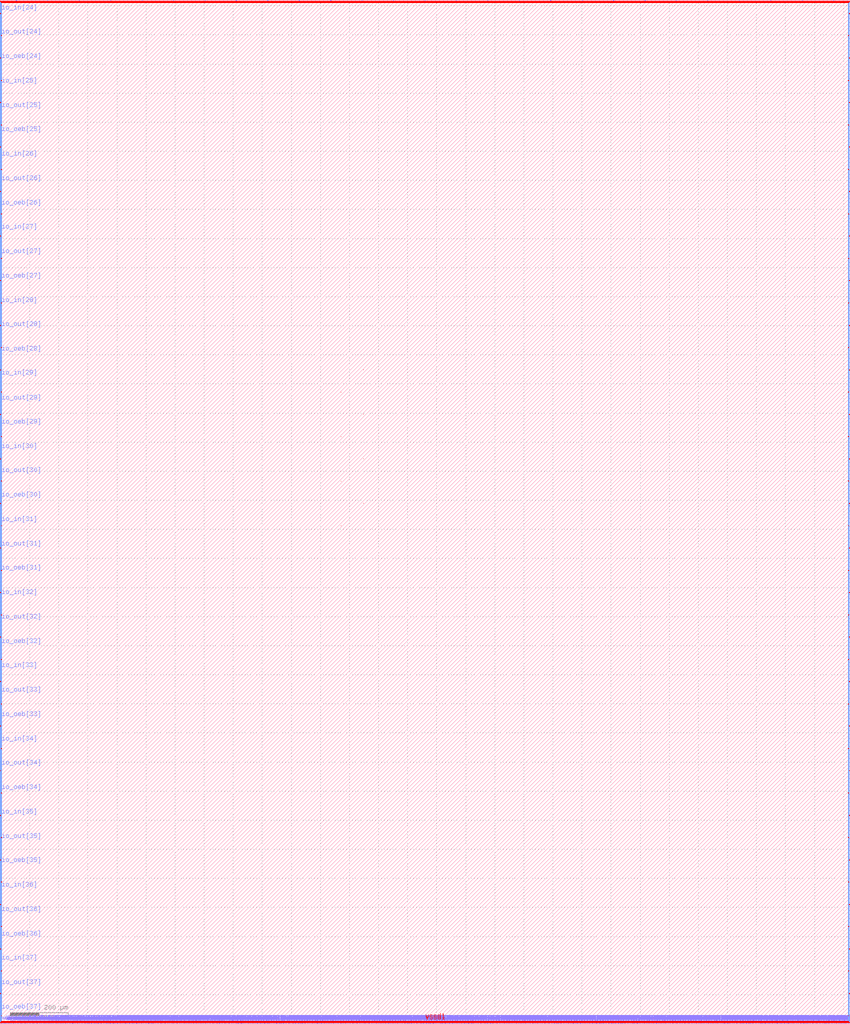
<source format=lef>
VERSION 5.7 ;
  NOWIREEXTENSIONATPIN ON ;
  DIVIDERCHAR "/" ;
  BUSBITCHARS "[]" ;
MACRO user_project_wrapper
  CLASS BLOCK ;
  FOREIGN user_project_wrapper ;
  ORIGIN 2.480 0.000 ;
  SIZE 2924.580 BY 3520.000 ;
  PIN io_in[0]
    DIRECTION INPUT ;
    PORT
      LAYER met3 ;
        RECT 2917.600 38.800 2920.000 39.400 ;
    END
  END io_in[0]
  PIN io_in[10]
    DIRECTION INPUT ;
    PORT
      LAYER met3 ;
        RECT 2917.600 2384.800 2920.000 2385.400 ;
    END
  END io_in[10]
  PIN io_in[11]
    DIRECTION INPUT ;
    PORT
      LAYER met3 ;
        RECT 2917.600 2619.400 2920.000 2620.000 ;
    END
  END io_in[11]
  PIN io_in[12]
    DIRECTION INPUT ;
    PORT
      LAYER met3 ;
        RECT 2917.600 2854.000 2920.000 2854.600 ;
    END
  END io_in[12]
  PIN io_in[13]
    DIRECTION INPUT ;
    PORT
      LAYER met3 ;
        RECT 2917.600 3088.600 2920.000 3089.200 ;
    END
  END io_in[13]
  PIN io_in[14]
    DIRECTION INPUT ;
    PORT
      LAYER met3 ;
        RECT 2917.600 3323.200 2920.000 3323.800 ;
    END
  END io_in[14]
  PIN io_in[15]
    DIRECTION INPUT ;
    PORT
      LAYER met2 ;
        RECT 2865.430 3517.600 2865.710 3520.000 ;
    END
  END io_in[15]
  PIN io_in[16]
    DIRECTION INPUT ;
    PORT
      LAYER met2 ;
        RECT 2541.130 3517.600 2541.410 3520.000 ;
    END
  END io_in[16]
  PIN io_in[17]
    DIRECTION INPUT ;
    PORT
      LAYER met2 ;
        RECT 2216.830 3517.600 2217.110 3520.000 ;
    END
  END io_in[17]
  PIN io_in[18]
    DIRECTION INPUT ;
    PORT
      LAYER met2 ;
        RECT 1892.070 3517.600 1892.350 3520.000 ;
    END
  END io_in[18]
  PIN io_in[19]
    DIRECTION INPUT ;
    PORT
      LAYER met2 ;
        RECT 1567.770 3517.600 1568.050 3520.000 ;
    END
  END io_in[19]
  PIN io_in[1]
    DIRECTION INPUT ;
    PORT
      LAYER met3 ;
        RECT 2917.600 273.400 2920.000 274.000 ;
    END
  END io_in[1]
  PIN io_in[20]
    DIRECTION INPUT ;
    PORT
      LAYER met2 ;
        RECT 1243.470 3517.600 1243.750 3520.000 ;
    END
  END io_in[20]
  PIN io_in[21]
    DIRECTION INPUT ;
    PORT
      LAYER met2 ;
        RECT 918.710 3517.600 918.990 3520.000 ;
    END
  END io_in[21]
  PIN io_in[22]
    DIRECTION INPUT ;
    PORT
      LAYER met2 ;
        RECT 594.410 3517.600 594.690 3520.000 ;
    END
  END io_in[22]
  PIN io_in[23]
    DIRECTION INPUT ;
    PORT
      LAYER met2 ;
        RECT 270.110 3517.600 270.390 3520.000 ;
    END
  END io_in[23]
  PIN io_in[24]
    DIRECTION INPUT ;
    PORT
      LAYER met3 ;
        RECT 0.000 3476.880 2.400 3477.480 ;
    END
  END io_in[24]
  PIN io_in[25]
    DIRECTION INPUT ;
    PORT
      LAYER met3 ;
        RECT 0.000 3225.960 2.400 3226.560 ;
    END
  END io_in[25]
  PIN io_in[26]
    DIRECTION INPUT ;
    PORT
      LAYER met3 ;
        RECT 0.000 2974.360 2.400 2974.960 ;
    END
  END io_in[26]
  PIN io_in[27]
    DIRECTION INPUT ;
    PORT
      LAYER met3 ;
        RECT 0.000 2722.760 2.400 2723.360 ;
    END
  END io_in[27]
  PIN io_in[28]
    DIRECTION INPUT ;
    PORT
      LAYER met3 ;
        RECT 0.000 2471.160 2.400 2471.760 ;
    END
  END io_in[28]
  PIN io_in[29]
    DIRECTION INPUT ;
    PORT
      LAYER met3 ;
        RECT 0.000 2220.240 2.400 2220.840 ;
    END
  END io_in[29]
  PIN io_in[2]
    DIRECTION INPUT ;
    PORT
      LAYER met3 ;
        RECT 2917.600 508.000 2920.000 508.600 ;
    END
  END io_in[2]
  PIN io_in[30]
    DIRECTION INPUT ;
    PORT
      LAYER met3 ;
        RECT 0.000 1968.640 2.400 1969.240 ;
    END
  END io_in[30]
  PIN io_in[31]
    DIRECTION INPUT ;
    PORT
      LAYER met3 ;
        RECT 0.000 1717.040 2.400 1717.640 ;
    END
  END io_in[31]
  PIN io_in[32]
    DIRECTION INPUT ;
    PORT
      LAYER met3 ;
        RECT 0.000 1466.120 2.400 1466.720 ;
    END
  END io_in[32]
  PIN io_in[33]
    DIRECTION INPUT ;
    PORT
      LAYER met3 ;
        RECT 0.000 1214.520 2.400 1215.120 ;
    END
  END io_in[33]
  PIN io_in[34]
    DIRECTION INPUT ;
    PORT
      LAYER met3 ;
        RECT 0.000 962.920 2.400 963.520 ;
    END
  END io_in[34]
  PIN io_in[35]
    DIRECTION INPUT ;
    PORT
      LAYER met3 ;
        RECT 0.000 711.320 2.400 711.920 ;
    END
  END io_in[35]
  PIN io_in[36]
    DIRECTION INPUT ;
    PORT
      LAYER met3 ;
        RECT 0.000 460.400 2.400 461.000 ;
    END
  END io_in[36]
  PIN io_in[37]
    DIRECTION INPUT ;
    PORT
      LAYER met3 ;
        RECT 0.000 208.800 2.400 209.400 ;
    END
  END io_in[37]
  PIN io_in[3]
    DIRECTION INPUT ;
    PORT
      LAYER met3 ;
        RECT 2917.600 742.600 2920.000 743.200 ;
    END
  END io_in[3]
  PIN io_in[4]
    DIRECTION INPUT ;
    PORT
      LAYER met3 ;
        RECT 2917.600 977.200 2920.000 977.800 ;
    END
  END io_in[4]
  PIN io_in[5]
    DIRECTION INPUT ;
    PORT
      LAYER met3 ;
        RECT 2917.600 1211.800 2920.000 1212.400 ;
    END
  END io_in[5]
  PIN io_in[6]
    DIRECTION INPUT ;
    PORT
      LAYER met3 ;
        RECT 2917.600 1446.400 2920.000 1447.000 ;
    END
  END io_in[6]
  PIN io_in[7]
    DIRECTION INPUT ;
    PORT
      LAYER met3 ;
        RECT 2917.600 1681.000 2920.000 1681.600 ;
    END
  END io_in[7]
  PIN io_in[8]
    DIRECTION INPUT ;
    PORT
      LAYER met3 ;
        RECT 2917.600 1915.600 2920.000 1916.200 ;
    END
  END io_in[8]
  PIN io_in[9]
    DIRECTION INPUT ;
    PORT
      LAYER met3 ;
        RECT 2917.600 2150.200 2920.000 2150.800 ;
    END
  END io_in[9]
  PIN io_oeb[0]
    DIRECTION OUTPUT TRISTATE ;
    PORT
      LAYER met3 ;
        RECT 2917.600 195.200 2920.000 195.800 ;
    END
  END io_oeb[0]
  PIN io_oeb[10]
    DIRECTION OUTPUT TRISTATE ;
    PORT
      LAYER met3 ;
        RECT 2917.600 2541.200 2920.000 2541.800 ;
    END
  END io_oeb[10]
  PIN io_oeb[11]
    DIRECTION OUTPUT TRISTATE ;
    PORT
      LAYER met3 ;
        RECT 2917.600 2775.800 2920.000 2776.400 ;
    END
  END io_oeb[11]
  PIN io_oeb[12]
    DIRECTION OUTPUT TRISTATE ;
    PORT
      LAYER met3 ;
        RECT 2917.600 3010.400 2920.000 3011.000 ;
    END
  END io_oeb[12]
  PIN io_oeb[13]
    DIRECTION OUTPUT TRISTATE ;
    PORT
      LAYER met3 ;
        RECT 2917.600 3245.000 2920.000 3245.600 ;
    END
  END io_oeb[13]
  PIN io_oeb[14]
    DIRECTION OUTPUT TRISTATE ;
    PORT
      LAYER met3 ;
        RECT 2917.600 3479.600 2920.000 3480.200 ;
    END
  END io_oeb[14]
  PIN io_oeb[15]
    DIRECTION OUTPUT TRISTATE ;
    PORT
      LAYER met2 ;
        RECT 2649.230 3517.600 2649.510 3520.000 ;
    END
  END io_oeb[15]
  PIN io_oeb[16]
    DIRECTION OUTPUT TRISTATE ;
    PORT
      LAYER met2 ;
        RECT 2324.930 3517.600 2325.210 3520.000 ;
    END
  END io_oeb[16]
  PIN io_oeb[17]
    DIRECTION OUTPUT TRISTATE ;
    PORT
      LAYER met2 ;
        RECT 2000.630 3517.600 2000.910 3520.000 ;
    END
  END io_oeb[17]
  PIN io_oeb[18]
    DIRECTION OUTPUT TRISTATE ;
    PORT
      LAYER met2 ;
        RECT 1675.870 3517.600 1676.150 3520.000 ;
    END
  END io_oeb[18]
  PIN io_oeb[19]
    DIRECTION OUTPUT TRISTATE ;
    PORT
      LAYER met2 ;
        RECT 1351.570 3517.600 1351.850 3520.000 ;
    END
  END io_oeb[19]
  PIN io_oeb[1]
    DIRECTION OUTPUT TRISTATE ;
    PORT
      LAYER met3 ;
        RECT 2917.600 429.800 2920.000 430.400 ;
    END
  END io_oeb[1]
  PIN io_oeb[20]
    DIRECTION OUTPUT TRISTATE ;
    PORT
      LAYER met2 ;
        RECT 1027.270 3517.600 1027.550 3520.000 ;
    END
  END io_oeb[20]
  PIN io_oeb[21]
    DIRECTION OUTPUT TRISTATE ;
    PORT
      LAYER met2 ;
        RECT 702.510 3517.600 702.790 3520.000 ;
    END
  END io_oeb[21]
  PIN io_oeb[22]
    DIRECTION OUTPUT TRISTATE ;
    PORT
      LAYER met2 ;
        RECT 378.210 3517.600 378.490 3520.000 ;
    END
  END io_oeb[22]
  PIN io_oeb[23]
    DIRECTION OUTPUT TRISTATE ;
    PORT
      LAYER met2 ;
        RECT 53.910 3517.600 54.190 3520.000 ;
    END
  END io_oeb[23]
  PIN io_oeb[24]
    DIRECTION OUTPUT TRISTATE ;
    PORT
      LAYER met3 ;
        RECT 0.000 3309.600 2.400 3310.200 ;
    END
  END io_oeb[24]
  PIN io_oeb[25]
    DIRECTION OUTPUT TRISTATE ;
    PORT
      LAYER met3 ;
        RECT 0.000 3058.000 2.400 3058.600 ;
    END
  END io_oeb[25]
  PIN io_oeb[26]
    DIRECTION OUTPUT TRISTATE ;
    PORT
      LAYER met3 ;
        RECT 0.000 2806.400 2.400 2807.000 ;
    END
  END io_oeb[26]
  PIN io_oeb[27]
    DIRECTION OUTPUT TRISTATE ;
    PORT
      LAYER met3 ;
        RECT 0.000 2555.480 2.400 2556.080 ;
    END
  END io_oeb[27]
  PIN io_oeb[28]
    DIRECTION OUTPUT TRISTATE ;
    PORT
      LAYER met3 ;
        RECT 0.000 2303.880 2.400 2304.480 ;
    END
  END io_oeb[28]
  PIN io_oeb[29]
    DIRECTION OUTPUT TRISTATE ;
    PORT
      LAYER met3 ;
        RECT 0.000 2052.280 2.400 2052.880 ;
    END
  END io_oeb[29]
  PIN io_oeb[2]
    DIRECTION OUTPUT TRISTATE ;
    PORT
      LAYER met3 ;
        RECT 2917.600 664.400 2920.000 665.000 ;
    END
  END io_oeb[2]
  PIN io_oeb[30]
    DIRECTION OUTPUT TRISTATE ;
    PORT
      LAYER met3 ;
        RECT 0.000 1801.360 2.400 1801.960 ;
    END
  END io_oeb[30]
  PIN io_oeb[31]
    DIRECTION OUTPUT TRISTATE ;
    PORT
      LAYER met3 ;
        RECT 0.000 1549.760 2.400 1550.360 ;
    END
  END io_oeb[31]
  PIN io_oeb[32]
    DIRECTION OUTPUT TRISTATE ;
    PORT
      LAYER met3 ;
        RECT 0.000 1298.160 2.400 1298.760 ;
    END
  END io_oeb[32]
  PIN io_oeb[33]
    DIRECTION OUTPUT TRISTATE ;
    PORT
      LAYER met3 ;
        RECT 0.000 1046.560 2.400 1047.160 ;
    END
  END io_oeb[33]
  PIN io_oeb[34]
    DIRECTION OUTPUT TRISTATE ;
    PORT
      LAYER met3 ;
        RECT 0.000 795.640 2.400 796.240 ;
    END
  END io_oeb[34]
  PIN io_oeb[35]
    DIRECTION OUTPUT TRISTATE ;
    PORT
      LAYER met3 ;
        RECT 0.000 544.040 2.400 544.640 ;
    END
  END io_oeb[35]
  PIN io_oeb[36]
    DIRECTION OUTPUT TRISTATE ;
    PORT
      LAYER met3 ;
        RECT 0.000 292.440 2.400 293.040 ;
    END
  END io_oeb[36]
  PIN io_oeb[37]
    DIRECTION OUTPUT TRISTATE ;
    PORT
      LAYER met3 ;
        RECT 0.000 41.520 2.400 42.120 ;
    END
  END io_oeb[37]
  PIN io_oeb[3]
    DIRECTION OUTPUT TRISTATE ;
    PORT
      LAYER met3 ;
        RECT 2917.600 899.000 2920.000 899.600 ;
    END
  END io_oeb[3]
  PIN io_oeb[4]
    DIRECTION OUTPUT TRISTATE ;
    PORT
      LAYER met3 ;
        RECT 2917.600 1133.600 2920.000 1134.200 ;
    END
  END io_oeb[4]
  PIN io_oeb[5]
    DIRECTION OUTPUT TRISTATE ;
    PORT
      LAYER met3 ;
        RECT 2917.600 1368.200 2920.000 1368.800 ;
    END
  END io_oeb[5]
  PIN io_oeb[6]
    DIRECTION OUTPUT TRISTATE ;
    PORT
      LAYER met3 ;
        RECT 2917.600 1602.800 2920.000 1603.400 ;
    END
  END io_oeb[6]
  PIN io_oeb[7]
    DIRECTION OUTPUT TRISTATE ;
    PORT
      LAYER met3 ;
        RECT 2917.600 1837.400 2920.000 1838.000 ;
    END
  END io_oeb[7]
  PIN io_oeb[8]
    DIRECTION OUTPUT TRISTATE ;
    PORT
      LAYER met3 ;
        RECT 2917.600 2072.000 2920.000 2072.600 ;
    END
  END io_oeb[8]
  PIN io_oeb[9]
    DIRECTION OUTPUT TRISTATE ;
    PORT
      LAYER met3 ;
        RECT 2917.600 2306.600 2920.000 2307.200 ;
    END
  END io_oeb[9]
  PIN io_out[0]
    DIRECTION OUTPUT TRISTATE ;
    PORT
      LAYER met3 ;
        RECT 2917.600 117.000 2920.000 117.600 ;
    END
  END io_out[0]
  PIN io_out[10]
    DIRECTION OUTPUT TRISTATE ;
    PORT
      LAYER met3 ;
        RECT 2917.600 2463.000 2920.000 2463.600 ;
    END
  END io_out[10]
  PIN io_out[11]
    DIRECTION OUTPUT TRISTATE ;
    PORT
      LAYER met3 ;
        RECT 2917.600 2697.600 2920.000 2698.200 ;
    END
  END io_out[11]
  PIN io_out[12]
    DIRECTION OUTPUT TRISTATE ;
    PORT
      LAYER met3 ;
        RECT 2917.600 2932.200 2920.000 2932.800 ;
    END
  END io_out[12]
  PIN io_out[13]
    DIRECTION OUTPUT TRISTATE ;
    PORT
      LAYER met3 ;
        RECT 2917.600 3166.800 2920.000 3167.400 ;
    END
  END io_out[13]
  PIN io_out[14]
    DIRECTION OUTPUT TRISTATE ;
    PORT
      LAYER met3 ;
        RECT 2917.600 3401.400 2920.000 3402.000 ;
    END
  END io_out[14]
  PIN io_out[15]
    DIRECTION OUTPUT TRISTATE ;
    PORT
      LAYER met2 ;
        RECT 2757.330 3517.600 2757.610 3520.000 ;
    END
  END io_out[15]
  PIN io_out[16]
    DIRECTION OUTPUT TRISTATE ;
    PORT
      LAYER met2 ;
        RECT 2433.030 3517.600 2433.310 3520.000 ;
    END
  END io_out[16]
  PIN io_out[17]
    DIRECTION OUTPUT TRISTATE ;
    PORT
      LAYER met2 ;
        RECT 2108.730 3517.600 2109.010 3520.000 ;
    END
  END io_out[17]
  PIN io_out[18]
    DIRECTION OUTPUT TRISTATE ;
    PORT
      LAYER met2 ;
        RECT 1783.970 3517.600 1784.250 3520.000 ;
    END
  END io_out[18]
  PIN io_out[19]
    DIRECTION OUTPUT TRISTATE ;
    PORT
      LAYER met2 ;
        RECT 1459.670 3517.600 1459.950 3520.000 ;
    END
  END io_out[19]
  PIN io_out[1]
    DIRECTION OUTPUT TRISTATE ;
    PORT
      LAYER met3 ;
        RECT 2917.600 351.600 2920.000 352.200 ;
    END
  END io_out[1]
  PIN io_out[20]
    DIRECTION OUTPUT TRISTATE ;
    PORT
      LAYER met2 ;
        RECT 1135.370 3517.600 1135.650 3520.000 ;
    END
  END io_out[20]
  PIN io_out[21]
    DIRECTION OUTPUT TRISTATE ;
    PORT
      LAYER met2 ;
        RECT 810.610 3517.600 810.890 3520.000 ;
    END
  END io_out[21]
  PIN io_out[22]
    DIRECTION OUTPUT TRISTATE ;
    PORT
      LAYER met2 ;
        RECT 486.310 3517.600 486.590 3520.000 ;
    END
  END io_out[22]
  PIN io_out[23]
    DIRECTION OUTPUT TRISTATE ;
    PORT
      LAYER met2 ;
        RECT 162.010 3517.600 162.290 3520.000 ;
    END
  END io_out[23]
  PIN io_out[24]
    DIRECTION OUTPUT TRISTATE ;
    PORT
      LAYER met3 ;
        RECT 0.000 3393.240 2.400 3393.840 ;
    END
  END io_out[24]
  PIN io_out[25]
    DIRECTION OUTPUT TRISTATE ;
    PORT
      LAYER met3 ;
        RECT 0.000 3141.640 2.400 3142.240 ;
    END
  END io_out[25]
  PIN io_out[26]
    DIRECTION OUTPUT TRISTATE ;
    PORT
      LAYER met3 ;
        RECT 0.000 2890.720 2.400 2891.320 ;
    END
  END io_out[26]
  PIN io_out[27]
    DIRECTION OUTPUT TRISTATE ;
    PORT
      LAYER met3 ;
        RECT 0.000 2639.120 2.400 2639.720 ;
    END
  END io_out[27]
  PIN io_out[28]
    DIRECTION OUTPUT TRISTATE ;
    PORT
      LAYER met3 ;
        RECT 0.000 2387.520 2.400 2388.120 ;
    END
  END io_out[28]
  PIN io_out[29]
    DIRECTION OUTPUT TRISTATE ;
    PORT
      LAYER met3 ;
        RECT 0.000 2135.920 2.400 2136.520 ;
    END
  END io_out[29]
  PIN io_out[2]
    DIRECTION OUTPUT TRISTATE ;
    PORT
      LAYER met3 ;
        RECT 2917.600 586.200 2920.000 586.800 ;
    END
  END io_out[2]
  PIN io_out[30]
    DIRECTION OUTPUT TRISTATE ;
    PORT
      LAYER met3 ;
        RECT 0.000 1885.000 2.400 1885.600 ;
    END
  END io_out[30]
  PIN io_out[31]
    DIRECTION OUTPUT TRISTATE ;
    PORT
      LAYER met3 ;
        RECT 0.000 1633.400 2.400 1634.000 ;
    END
  END io_out[31]
  PIN io_out[32]
    DIRECTION OUTPUT TRISTATE ;
    PORT
      LAYER met3 ;
        RECT 0.000 1381.800 2.400 1382.400 ;
    END
  END io_out[32]
  PIN io_out[33]
    DIRECTION OUTPUT TRISTATE ;
    PORT
      LAYER met3 ;
        RECT 0.000 1130.880 2.400 1131.480 ;
    END
  END io_out[33]
  PIN io_out[34]
    DIRECTION OUTPUT TRISTATE ;
    PORT
      LAYER met3 ;
        RECT 0.000 879.280 2.400 879.880 ;
    END
  END io_out[34]
  PIN io_out[35]
    DIRECTION OUTPUT TRISTATE ;
    PORT
      LAYER met3 ;
        RECT 0.000 627.680 2.400 628.280 ;
    END
  END io_out[35]
  PIN io_out[36]
    DIRECTION OUTPUT TRISTATE ;
    PORT
      LAYER met3 ;
        RECT 0.000 376.080 2.400 376.680 ;
    END
  END io_out[36]
  PIN io_out[37]
    DIRECTION OUTPUT TRISTATE ;
    PORT
      LAYER met3 ;
        RECT 0.000 125.160 2.400 125.760 ;
    END
  END io_out[37]
  PIN io_out[3]
    DIRECTION OUTPUT TRISTATE ;
    PORT
      LAYER met3 ;
        RECT 2917.600 820.800 2920.000 821.400 ;
    END
  END io_out[3]
  PIN io_out[4]
    DIRECTION OUTPUT TRISTATE ;
    PORT
      LAYER met3 ;
        RECT 2917.600 1055.400 2920.000 1056.000 ;
    END
  END io_out[4]
  PIN io_out[5]
    DIRECTION OUTPUT TRISTATE ;
    PORT
      LAYER met3 ;
        RECT 2917.600 1290.000 2920.000 1290.600 ;
    END
  END io_out[5]
  PIN io_out[6]
    DIRECTION OUTPUT TRISTATE ;
    PORT
      LAYER met3 ;
        RECT 2917.600 1524.600 2920.000 1525.200 ;
    END
  END io_out[6]
  PIN io_out[7]
    DIRECTION OUTPUT TRISTATE ;
    PORT
      LAYER met3 ;
        RECT 2917.600 1759.200 2920.000 1759.800 ;
    END
  END io_out[7]
  PIN io_out[8]
    DIRECTION OUTPUT TRISTATE ;
    PORT
      LAYER met3 ;
        RECT 2917.600 1993.800 2920.000 1994.400 ;
    END
  END io_out[8]
  PIN io_out[9]
    DIRECTION OUTPUT TRISTATE ;
    PORT
      LAYER met3 ;
        RECT 2917.600 2228.400 2920.000 2229.000 ;
    END
  END io_out[9]
  PIN la_data_in[0]
    DIRECTION INPUT ;
    PORT
      LAYER met2 ;
        RECT 633.050 0.000 633.330 2.400 ;
    END
  END la_data_in[0]
  PIN la_data_in[100]
    DIRECTION INPUT ;
    PORT
      LAYER met2 ;
        RECT 2417.390 0.000 2417.670 2.400 ;
    END
  END la_data_in[100]
  PIN la_data_in[101]
    DIRECTION INPUT ;
    PORT
      LAYER met2 ;
        RECT 2434.870 0.000 2435.150 2.400 ;
    END
  END la_data_in[101]
  PIN la_data_in[102]
    DIRECTION INPUT ;
    PORT
      LAYER met2 ;
        RECT 2452.810 0.000 2453.090 2.400 ;
    END
  END la_data_in[102]
  PIN la_data_in[103]
    DIRECTION INPUT ;
    PORT
      LAYER met2 ;
        RECT 2470.750 0.000 2471.030 2.400 ;
    END
  END la_data_in[103]
  PIN la_data_in[104]
    DIRECTION INPUT ;
    PORT
      LAYER met2 ;
        RECT 2488.690 0.000 2488.970 2.400 ;
    END
  END la_data_in[104]
  PIN la_data_in[105]
    DIRECTION INPUT ;
    PORT
      LAYER met2 ;
        RECT 2506.170 0.000 2506.450 2.400 ;
    END
  END la_data_in[105]
  PIN la_data_in[106]
    DIRECTION INPUT ;
    PORT
      LAYER met2 ;
        RECT 2524.110 0.000 2524.390 2.400 ;
    END
  END la_data_in[106]
  PIN la_data_in[107]
    DIRECTION INPUT ;
    PORT
      LAYER met2 ;
        RECT 2542.050 0.000 2542.330 2.400 ;
    END
  END la_data_in[107]
  PIN la_data_in[108]
    DIRECTION INPUT ;
    PORT
      LAYER met2 ;
        RECT 2559.990 0.000 2560.270 2.400 ;
    END
  END la_data_in[108]
  PIN la_data_in[109]
    DIRECTION INPUT ;
    PORT
      LAYER met2 ;
        RECT 2577.930 0.000 2578.210 2.400 ;
    END
  END la_data_in[109]
  PIN la_data_in[10]
    DIRECTION INPUT ;
    PORT
      LAYER met2 ;
        RECT 811.530 0.000 811.810 2.400 ;
    END
  END la_data_in[10]
  PIN la_data_in[110]
    DIRECTION INPUT ;
    PORT
      LAYER met2 ;
        RECT 2595.410 0.000 2595.690 2.400 ;
    END
  END la_data_in[110]
  PIN la_data_in[111]
    DIRECTION INPUT ;
    PORT
      LAYER met2 ;
        RECT 2613.350 0.000 2613.630 2.400 ;
    END
  END la_data_in[111]
  PIN la_data_in[112]
    DIRECTION INPUT ;
    PORT
      LAYER met2 ;
        RECT 2631.290 0.000 2631.570 2.400 ;
    END
  END la_data_in[112]
  PIN la_data_in[113]
    DIRECTION INPUT ;
    PORT
      LAYER met2 ;
        RECT 2649.230 0.000 2649.510 2.400 ;
    END
  END la_data_in[113]
  PIN la_data_in[114]
    DIRECTION INPUT ;
    PORT
      LAYER met2 ;
        RECT 2667.170 0.000 2667.450 2.400 ;
    END
  END la_data_in[114]
  PIN la_data_in[115]
    DIRECTION INPUT ;
    PORT
      LAYER met2 ;
        RECT 2684.650 0.000 2684.930 2.400 ;
    END
  END la_data_in[115]
  PIN la_data_in[116]
    DIRECTION INPUT ;
    PORT
      LAYER met2 ;
        RECT 2702.590 0.000 2702.870 2.400 ;
    END
  END la_data_in[116]
  PIN la_data_in[117]
    DIRECTION INPUT ;
    PORT
      LAYER met2 ;
        RECT 2720.530 0.000 2720.810 2.400 ;
    END
  END la_data_in[117]
  PIN la_data_in[118]
    DIRECTION INPUT ;
    PORT
      LAYER met2 ;
        RECT 2738.470 0.000 2738.750 2.400 ;
    END
  END la_data_in[118]
  PIN la_data_in[119]
    DIRECTION INPUT ;
    PORT
      LAYER met2 ;
        RECT 2755.950 0.000 2756.230 2.400 ;
    END
  END la_data_in[119]
  PIN la_data_in[11]
    DIRECTION INPUT ;
    PORT
      LAYER met2 ;
        RECT 829.470 0.000 829.750 2.400 ;
    END
  END la_data_in[11]
  PIN la_data_in[120]
    DIRECTION INPUT ;
    PORT
      LAYER met2 ;
        RECT 2773.890 0.000 2774.170 2.400 ;
    END
  END la_data_in[120]
  PIN la_data_in[121]
    DIRECTION INPUT ;
    PORT
      LAYER met2 ;
        RECT 2791.830 0.000 2792.110 2.400 ;
    END
  END la_data_in[121]
  PIN la_data_in[122]
    DIRECTION INPUT ;
    PORT
      LAYER met2 ;
        RECT 2809.770 0.000 2810.050 2.400 ;
    END
  END la_data_in[122]
  PIN la_data_in[123]
    DIRECTION INPUT ;
    PORT
      LAYER met2 ;
        RECT 2827.710 0.000 2827.990 2.400 ;
    END
  END la_data_in[123]
  PIN la_data_in[124]
    DIRECTION INPUT ;
    PORT
      LAYER met2 ;
        RECT 2845.190 0.000 2845.470 2.400 ;
    END
  END la_data_in[124]
  PIN la_data_in[125]
    DIRECTION INPUT ;
    PORT
      LAYER met2 ;
        RECT 2863.130 0.000 2863.410 2.400 ;
    END
  END la_data_in[125]
  PIN la_data_in[126]
    DIRECTION INPUT ;
    PORT
      LAYER met2 ;
        RECT 2881.070 0.000 2881.350 2.400 ;
    END
  END la_data_in[126]
  PIN la_data_in[127]
    DIRECTION INPUT ;
    PORT
      LAYER met2 ;
        RECT 2899.010 0.000 2899.290 2.400 ;
    END
  END la_data_in[127]
  PIN la_data_in[12]
    DIRECTION INPUT ;
    PORT
      LAYER met2 ;
        RECT 846.950 0.000 847.230 2.400 ;
    END
  END la_data_in[12]
  PIN la_data_in[13]
    DIRECTION INPUT ;
    PORT
      LAYER met2 ;
        RECT 864.890 0.000 865.170 2.400 ;
    END
  END la_data_in[13]
  PIN la_data_in[14]
    DIRECTION INPUT ;
    PORT
      LAYER met2 ;
        RECT 882.830 0.000 883.110 2.400 ;
    END
  END la_data_in[14]
  PIN la_data_in[15]
    DIRECTION INPUT ;
    PORT
      LAYER met2 ;
        RECT 900.770 0.000 901.050 2.400 ;
    END
  END la_data_in[15]
  PIN la_data_in[16]
    DIRECTION INPUT ;
    PORT
      LAYER met2 ;
        RECT 918.710 0.000 918.990 2.400 ;
    END
  END la_data_in[16]
  PIN la_data_in[17]
    DIRECTION INPUT ;
    PORT
      LAYER met2 ;
        RECT 936.190 0.000 936.470 2.400 ;
    END
  END la_data_in[17]
  PIN la_data_in[18]
    DIRECTION INPUT ;
    PORT
      LAYER met2 ;
        RECT 954.130 0.000 954.410 2.400 ;
    END
  END la_data_in[18]
  PIN la_data_in[19]
    DIRECTION INPUT ;
    PORT
      LAYER met2 ;
        RECT 972.070 0.000 972.350 2.400 ;
    END
  END la_data_in[19]
  PIN la_data_in[1]
    DIRECTION INPUT ;
    PORT
      LAYER met2 ;
        RECT 650.990 0.000 651.270 2.400 ;
    END
  END la_data_in[1]
  PIN la_data_in[20]
    DIRECTION INPUT ;
    PORT
      LAYER met2 ;
        RECT 990.010 0.000 990.290 2.400 ;
    END
  END la_data_in[20]
  PIN la_data_in[21]
    DIRECTION INPUT ;
    PORT
      LAYER met2 ;
        RECT 1007.490 0.000 1007.770 2.400 ;
    END
  END la_data_in[21]
  PIN la_data_in[22]
    DIRECTION INPUT ;
    PORT
      LAYER met2 ;
        RECT 1025.430 0.000 1025.710 2.400 ;
    END
  END la_data_in[22]
  PIN la_data_in[23]
    DIRECTION INPUT ;
    PORT
      LAYER met2 ;
        RECT 1043.370 0.000 1043.650 2.400 ;
    END
  END la_data_in[23]
  PIN la_data_in[24]
    DIRECTION INPUT ;
    PORT
      LAYER met2 ;
        RECT 1061.310 0.000 1061.590 2.400 ;
    END
  END la_data_in[24]
  PIN la_data_in[25]
    DIRECTION INPUT ;
    PORT
      LAYER met2 ;
        RECT 1079.250 0.000 1079.530 2.400 ;
    END
  END la_data_in[25]
  PIN la_data_in[26]
    DIRECTION INPUT ;
    PORT
      LAYER met2 ;
        RECT 1096.730 0.000 1097.010 2.400 ;
    END
  END la_data_in[26]
  PIN la_data_in[27]
    DIRECTION INPUT ;
    PORT
      LAYER met2 ;
        RECT 1114.670 0.000 1114.950 2.400 ;
    END
  END la_data_in[27]
  PIN la_data_in[28]
    DIRECTION INPUT ;
    PORT
      LAYER met2 ;
        RECT 1132.610 0.000 1132.890 2.400 ;
    END
  END la_data_in[28]
  PIN la_data_in[29]
    DIRECTION INPUT ;
    PORT
      LAYER met2 ;
        RECT 1150.550 0.000 1150.830 2.400 ;
    END
  END la_data_in[29]
  PIN la_data_in[2]
    DIRECTION INPUT ;
    PORT
      LAYER met2 ;
        RECT 668.930 0.000 669.210 2.400 ;
    END
  END la_data_in[2]
  PIN la_data_in[30]
    DIRECTION INPUT ;
    PORT
      LAYER met2 ;
        RECT 1168.490 0.000 1168.770 2.400 ;
    END
  END la_data_in[30]
  PIN la_data_in[31]
    DIRECTION INPUT ;
    PORT
      LAYER met2 ;
        RECT 1185.970 0.000 1186.250 2.400 ;
    END
  END la_data_in[31]
  PIN la_data_in[32]
    DIRECTION INPUT ;
    PORT
      LAYER met2 ;
        RECT 1203.910 0.000 1204.190 2.400 ;
    END
  END la_data_in[32]
  PIN la_data_in[33]
    DIRECTION INPUT ;
    PORT
      LAYER met2 ;
        RECT 1221.850 0.000 1222.130 2.400 ;
    END
  END la_data_in[33]
  PIN la_data_in[34]
    DIRECTION INPUT ;
    PORT
      LAYER met2 ;
        RECT 1239.790 0.000 1240.070 2.400 ;
    END
  END la_data_in[34]
  PIN la_data_in[35]
    DIRECTION INPUT ;
    PORT
      LAYER met2 ;
        RECT 1257.270 0.000 1257.550 2.400 ;
    END
  END la_data_in[35]
  PIN la_data_in[36]
    DIRECTION INPUT ;
    PORT
      LAYER met2 ;
        RECT 1275.210 0.000 1275.490 2.400 ;
    END
  END la_data_in[36]
  PIN la_data_in[37]
    DIRECTION INPUT ;
    PORT
      LAYER met2 ;
        RECT 1293.150 0.000 1293.430 2.400 ;
    END
  END la_data_in[37]
  PIN la_data_in[38]
    DIRECTION INPUT ;
    PORT
      LAYER met2 ;
        RECT 1311.090 0.000 1311.370 2.400 ;
    END
  END la_data_in[38]
  PIN la_data_in[39]
    DIRECTION INPUT ;
    PORT
      LAYER met2 ;
        RECT 1329.030 0.000 1329.310 2.400 ;
    END
  END la_data_in[39]
  PIN la_data_in[3]
    DIRECTION INPUT ;
    PORT
      LAYER met2 ;
        RECT 686.410 0.000 686.690 2.400 ;
    END
  END la_data_in[3]
  PIN la_data_in[40]
    DIRECTION INPUT ;
    PORT
      LAYER met2 ;
        RECT 1346.510 0.000 1346.790 2.400 ;
    END
  END la_data_in[40]
  PIN la_data_in[41]
    DIRECTION INPUT ;
    PORT
      LAYER met2 ;
        RECT 1364.450 0.000 1364.730 2.400 ;
    END
  END la_data_in[41]
  PIN la_data_in[42]
    DIRECTION INPUT ;
    PORT
      LAYER met2 ;
        RECT 1382.390 0.000 1382.670 2.400 ;
    END
  END la_data_in[42]
  PIN la_data_in[43]
    DIRECTION INPUT ;
    PORT
      LAYER met2 ;
        RECT 1400.330 0.000 1400.610 2.400 ;
    END
  END la_data_in[43]
  PIN la_data_in[44]
    DIRECTION INPUT ;
    PORT
      LAYER met2 ;
        RECT 1418.270 0.000 1418.550 2.400 ;
    END
  END la_data_in[44]
  PIN la_data_in[45]
    DIRECTION INPUT ;
    PORT
      LAYER met2 ;
        RECT 1435.750 0.000 1436.030 2.400 ;
    END
  END la_data_in[45]
  PIN la_data_in[46]
    DIRECTION INPUT ;
    PORT
      LAYER met2 ;
        RECT 1453.690 0.000 1453.970 2.400 ;
    END
  END la_data_in[46]
  PIN la_data_in[47]
    DIRECTION INPUT ;
    PORT
      LAYER met2 ;
        RECT 1471.630 0.000 1471.910 2.400 ;
    END
  END la_data_in[47]
  PIN la_data_in[48]
    DIRECTION INPUT ;
    PORT
      LAYER met2 ;
        RECT 1489.570 0.000 1489.850 2.400 ;
    END
  END la_data_in[48]
  PIN la_data_in[49]
    DIRECTION INPUT ;
    PORT
      LAYER met2 ;
        RECT 1507.050 0.000 1507.330 2.400 ;
    END
  END la_data_in[49]
  PIN la_data_in[4]
    DIRECTION INPUT ;
    PORT
      LAYER met2 ;
        RECT 704.350 0.000 704.630 2.400 ;
    END
  END la_data_in[4]
  PIN la_data_in[50]
    DIRECTION INPUT ;
    PORT
      LAYER met2 ;
        RECT 1524.990 0.000 1525.270 2.400 ;
    END
  END la_data_in[50]
  PIN la_data_in[51]
    DIRECTION INPUT ;
    PORT
      LAYER met2 ;
        RECT 1542.930 0.000 1543.210 2.400 ;
    END
  END la_data_in[51]
  PIN la_data_in[52]
    DIRECTION INPUT ;
    PORT
      LAYER met2 ;
        RECT 1560.870 0.000 1561.150 2.400 ;
    END
  END la_data_in[52]
  PIN la_data_in[53]
    DIRECTION INPUT ;
    PORT
      LAYER met2 ;
        RECT 1578.810 0.000 1579.090 2.400 ;
    END
  END la_data_in[53]
  PIN la_data_in[54]
    DIRECTION INPUT ;
    PORT
      LAYER met2 ;
        RECT 1596.290 0.000 1596.570 2.400 ;
    END
  END la_data_in[54]
  PIN la_data_in[55]
    DIRECTION INPUT ;
    PORT
      LAYER met2 ;
        RECT 1614.230 0.000 1614.510 2.400 ;
    END
  END la_data_in[55]
  PIN la_data_in[56]
    DIRECTION INPUT ;
    PORT
      LAYER met2 ;
        RECT 1632.170 0.000 1632.450 2.400 ;
    END
  END la_data_in[56]
  PIN la_data_in[57]
    DIRECTION INPUT ;
    PORT
      LAYER met2 ;
        RECT 1650.110 0.000 1650.390 2.400 ;
    END
  END la_data_in[57]
  PIN la_data_in[58]
    DIRECTION INPUT ;
    PORT
      LAYER met2 ;
        RECT 1668.050 0.000 1668.330 2.400 ;
    END
  END la_data_in[58]
  PIN la_data_in[59]
    DIRECTION INPUT ;
    PORT
      LAYER met2 ;
        RECT 1685.530 0.000 1685.810 2.400 ;
    END
  END la_data_in[59]
  PIN la_data_in[5]
    DIRECTION INPUT ;
    PORT
      LAYER met2 ;
        RECT 722.290 0.000 722.570 2.400 ;
    END
  END la_data_in[5]
  PIN la_data_in[60]
    DIRECTION INPUT ;
    PORT
      LAYER met2 ;
        RECT 1703.470 0.000 1703.750 2.400 ;
    END
  END la_data_in[60]
  PIN la_data_in[61]
    DIRECTION INPUT ;
    PORT
      LAYER met2 ;
        RECT 1721.410 0.000 1721.690 2.400 ;
    END
  END la_data_in[61]
  PIN la_data_in[62]
    DIRECTION INPUT ;
    PORT
      LAYER met2 ;
        RECT 1739.350 0.000 1739.630 2.400 ;
    END
  END la_data_in[62]
  PIN la_data_in[63]
    DIRECTION INPUT ;
    PORT
      LAYER met2 ;
        RECT 1756.830 0.000 1757.110 2.400 ;
    END
  END la_data_in[63]
  PIN la_data_in[64]
    DIRECTION INPUT ;
    PORT
      LAYER met2 ;
        RECT 1774.770 0.000 1775.050 2.400 ;
    END
  END la_data_in[64]
  PIN la_data_in[65]
    DIRECTION INPUT ;
    PORT
      LAYER met2 ;
        RECT 1792.710 0.000 1792.990 2.400 ;
    END
  END la_data_in[65]
  PIN la_data_in[66]
    DIRECTION INPUT ;
    PORT
      LAYER met2 ;
        RECT 1810.650 0.000 1810.930 2.400 ;
    END
  END la_data_in[66]
  PIN la_data_in[67]
    DIRECTION INPUT ;
    PORT
      LAYER met2 ;
        RECT 1828.590 0.000 1828.870 2.400 ;
    END
  END la_data_in[67]
  PIN la_data_in[68]
    DIRECTION INPUT ;
    PORT
      LAYER met2 ;
        RECT 1846.070 0.000 1846.350 2.400 ;
    END
  END la_data_in[68]
  PIN la_data_in[69]
    DIRECTION INPUT ;
    PORT
      LAYER met2 ;
        RECT 1864.010 0.000 1864.290 2.400 ;
    END
  END la_data_in[69]
  PIN la_data_in[6]
    DIRECTION INPUT ;
    PORT
      LAYER met2 ;
        RECT 740.230 0.000 740.510 2.400 ;
    END
  END la_data_in[6]
  PIN la_data_in[70]
    DIRECTION INPUT ;
    PORT
      LAYER met2 ;
        RECT 1881.950 0.000 1882.230 2.400 ;
    END
  END la_data_in[70]
  PIN la_data_in[71]
    DIRECTION INPUT ;
    PORT
      LAYER met2 ;
        RECT 1899.890 0.000 1900.170 2.400 ;
    END
  END la_data_in[71]
  PIN la_data_in[72]
    DIRECTION INPUT ;
    PORT
      LAYER met2 ;
        RECT 1917.830 0.000 1918.110 2.400 ;
    END
  END la_data_in[72]
  PIN la_data_in[73]
    DIRECTION INPUT ;
    PORT
      LAYER met2 ;
        RECT 1935.310 0.000 1935.590 2.400 ;
    END
  END la_data_in[73]
  PIN la_data_in[74]
    DIRECTION INPUT ;
    PORT
      LAYER met2 ;
        RECT 1953.250 0.000 1953.530 2.400 ;
    END
  END la_data_in[74]
  PIN la_data_in[75]
    DIRECTION INPUT ;
    PORT
      LAYER met2 ;
        RECT 1971.190 0.000 1971.470 2.400 ;
    END
  END la_data_in[75]
  PIN la_data_in[76]
    DIRECTION INPUT ;
    PORT
      LAYER met2 ;
        RECT 1989.130 0.000 1989.410 2.400 ;
    END
  END la_data_in[76]
  PIN la_data_in[77]
    DIRECTION INPUT ;
    PORT
      LAYER met2 ;
        RECT 2006.610 0.000 2006.890 2.400 ;
    END
  END la_data_in[77]
  PIN la_data_in[78]
    DIRECTION INPUT ;
    PORT
      LAYER met2 ;
        RECT 2024.550 0.000 2024.830 2.400 ;
    END
  END la_data_in[78]
  PIN la_data_in[79]
    DIRECTION INPUT ;
    PORT
      LAYER met2 ;
        RECT 2042.490 0.000 2042.770 2.400 ;
    END
  END la_data_in[79]
  PIN la_data_in[7]
    DIRECTION INPUT ;
    PORT
      LAYER met2 ;
        RECT 757.710 0.000 757.990 2.400 ;
    END
  END la_data_in[7]
  PIN la_data_in[80]
    DIRECTION INPUT ;
    PORT
      LAYER met2 ;
        RECT 2060.430 0.000 2060.710 2.400 ;
    END
  END la_data_in[80]
  PIN la_data_in[81]
    DIRECTION INPUT ;
    PORT
      LAYER met2 ;
        RECT 2078.370 0.000 2078.650 2.400 ;
    END
  END la_data_in[81]
  PIN la_data_in[82]
    DIRECTION INPUT ;
    PORT
      LAYER met2 ;
        RECT 2095.850 0.000 2096.130 2.400 ;
    END
  END la_data_in[82]
  PIN la_data_in[83]
    DIRECTION INPUT ;
    PORT
      LAYER met2 ;
        RECT 2113.790 0.000 2114.070 2.400 ;
    END
  END la_data_in[83]
  PIN la_data_in[84]
    DIRECTION INPUT ;
    PORT
      LAYER met2 ;
        RECT 2131.730 0.000 2132.010 2.400 ;
    END
  END la_data_in[84]
  PIN la_data_in[85]
    DIRECTION INPUT ;
    PORT
      LAYER met2 ;
        RECT 2149.670 0.000 2149.950 2.400 ;
    END
  END la_data_in[85]
  PIN la_data_in[86]
    DIRECTION INPUT ;
    PORT
      LAYER met2 ;
        RECT 2167.610 0.000 2167.890 2.400 ;
    END
  END la_data_in[86]
  PIN la_data_in[87]
    DIRECTION INPUT ;
    PORT
      LAYER met2 ;
        RECT 2185.090 0.000 2185.370 2.400 ;
    END
  END la_data_in[87]
  PIN la_data_in[88]
    DIRECTION INPUT ;
    PORT
      LAYER met2 ;
        RECT 2203.030 0.000 2203.310 2.400 ;
    END
  END la_data_in[88]
  PIN la_data_in[89]
    DIRECTION INPUT ;
    PORT
      LAYER met2 ;
        RECT 2220.970 0.000 2221.250 2.400 ;
    END
  END la_data_in[89]
  PIN la_data_in[8]
    DIRECTION INPUT ;
    PORT
      LAYER met2 ;
        RECT 775.650 0.000 775.930 2.400 ;
    END
  END la_data_in[8]
  PIN la_data_in[90]
    DIRECTION INPUT ;
    PORT
      LAYER met2 ;
        RECT 2238.910 0.000 2239.190 2.400 ;
    END
  END la_data_in[90]
  PIN la_data_in[91]
    DIRECTION INPUT ;
    PORT
      LAYER met2 ;
        RECT 2256.390 0.000 2256.670 2.400 ;
    END
  END la_data_in[91]
  PIN la_data_in[92]
    DIRECTION INPUT ;
    PORT
      LAYER met2 ;
        RECT 2274.330 0.000 2274.610 2.400 ;
    END
  END la_data_in[92]
  PIN la_data_in[93]
    DIRECTION INPUT ;
    PORT
      LAYER met2 ;
        RECT 2292.270 0.000 2292.550 2.400 ;
    END
  END la_data_in[93]
  PIN la_data_in[94]
    DIRECTION INPUT ;
    PORT
      LAYER met2 ;
        RECT 2310.210 0.000 2310.490 2.400 ;
    END
  END la_data_in[94]
  PIN la_data_in[95]
    DIRECTION INPUT ;
    PORT
      LAYER met2 ;
        RECT 2328.150 0.000 2328.430 2.400 ;
    END
  END la_data_in[95]
  PIN la_data_in[96]
    DIRECTION INPUT ;
    PORT
      LAYER met2 ;
        RECT 2345.630 0.000 2345.910 2.400 ;
    END
  END la_data_in[96]
  PIN la_data_in[97]
    DIRECTION INPUT ;
    PORT
      LAYER met2 ;
        RECT 2363.570 0.000 2363.850 2.400 ;
    END
  END la_data_in[97]
  PIN la_data_in[98]
    DIRECTION INPUT ;
    PORT
      LAYER met2 ;
        RECT 2381.510 0.000 2381.790 2.400 ;
    END
  END la_data_in[98]
  PIN la_data_in[99]
    DIRECTION INPUT ;
    PORT
      LAYER met2 ;
        RECT 2399.450 0.000 2399.730 2.400 ;
    END
  END la_data_in[99]
  PIN la_data_in[9]
    DIRECTION INPUT ;
    PORT
      LAYER met2 ;
        RECT 793.590 0.000 793.870 2.400 ;
    END
  END la_data_in[9]
  PIN la_data_out[0]
    DIRECTION OUTPUT TRISTATE ;
    PORT
      LAYER met2 ;
        RECT 639.030 0.000 639.310 2.400 ;
    END
  END la_data_out[0]
  PIN la_data_out[100]
    DIRECTION OUTPUT TRISTATE ;
    PORT
      LAYER met2 ;
        RECT 2422.910 0.000 2423.190 2.400 ;
    END
  END la_data_out[100]
  PIN la_data_out[101]
    DIRECTION OUTPUT TRISTATE ;
    PORT
      LAYER met2 ;
        RECT 2440.850 0.000 2441.130 2.400 ;
    END
  END la_data_out[101]
  PIN la_data_out[102]
    DIRECTION OUTPUT TRISTATE ;
    PORT
      LAYER met2 ;
        RECT 2458.790 0.000 2459.070 2.400 ;
    END
  END la_data_out[102]
  PIN la_data_out[103]
    DIRECTION OUTPUT TRISTATE ;
    PORT
      LAYER met2 ;
        RECT 2476.730 0.000 2477.010 2.400 ;
    END
  END la_data_out[103]
  PIN la_data_out[104]
    DIRECTION OUTPUT TRISTATE ;
    PORT
      LAYER met2 ;
        RECT 2494.670 0.000 2494.950 2.400 ;
    END
  END la_data_out[104]
  PIN la_data_out[105]
    DIRECTION OUTPUT TRISTATE ;
    PORT
      LAYER met2 ;
        RECT 2512.150 0.000 2512.430 2.400 ;
    END
  END la_data_out[105]
  PIN la_data_out[106]
    DIRECTION OUTPUT TRISTATE ;
    PORT
      LAYER met2 ;
        RECT 2530.090 0.000 2530.370 2.400 ;
    END
  END la_data_out[106]
  PIN la_data_out[107]
    DIRECTION OUTPUT TRISTATE ;
    PORT
      LAYER met2 ;
        RECT 2548.030 0.000 2548.310 2.400 ;
    END
  END la_data_out[107]
  PIN la_data_out[108]
    DIRECTION OUTPUT TRISTATE ;
    PORT
      LAYER met2 ;
        RECT 2565.970 0.000 2566.250 2.400 ;
    END
  END la_data_out[108]
  PIN la_data_out[109]
    DIRECTION OUTPUT TRISTATE ;
    PORT
      LAYER met2 ;
        RECT 2583.910 0.000 2584.190 2.400 ;
    END
  END la_data_out[109]
  PIN la_data_out[10]
    DIRECTION OUTPUT TRISTATE ;
    PORT
      LAYER met2 ;
        RECT 817.510 0.000 817.790 2.400 ;
    END
  END la_data_out[10]
  PIN la_data_out[110]
    DIRECTION OUTPUT TRISTATE ;
    PORT
      LAYER met2 ;
        RECT 2601.390 0.000 2601.670 2.400 ;
    END
  END la_data_out[110]
  PIN la_data_out[111]
    DIRECTION OUTPUT TRISTATE ;
    PORT
      LAYER met2 ;
        RECT 2619.330 0.000 2619.610 2.400 ;
    END
  END la_data_out[111]
  PIN la_data_out[112]
    DIRECTION OUTPUT TRISTATE ;
    PORT
      LAYER met2 ;
        RECT 2637.270 0.000 2637.550 2.400 ;
    END
  END la_data_out[112]
  PIN la_data_out[113]
    DIRECTION OUTPUT TRISTATE ;
    PORT
      LAYER met2 ;
        RECT 2655.210 0.000 2655.490 2.400 ;
    END
  END la_data_out[113]
  PIN la_data_out[114]
    DIRECTION OUTPUT TRISTATE ;
    PORT
      LAYER met2 ;
        RECT 2672.690 0.000 2672.970 2.400 ;
    END
  END la_data_out[114]
  PIN la_data_out[115]
    DIRECTION OUTPUT TRISTATE ;
    PORT
      LAYER met2 ;
        RECT 2690.630 0.000 2690.910 2.400 ;
    END
  END la_data_out[115]
  PIN la_data_out[116]
    DIRECTION OUTPUT TRISTATE ;
    PORT
      LAYER met2 ;
        RECT 2708.570 0.000 2708.850 2.400 ;
    END
  END la_data_out[116]
  PIN la_data_out[117]
    DIRECTION OUTPUT TRISTATE ;
    PORT
      LAYER met2 ;
        RECT 2726.510 0.000 2726.790 2.400 ;
    END
  END la_data_out[117]
  PIN la_data_out[118]
    DIRECTION OUTPUT TRISTATE ;
    PORT
      LAYER met2 ;
        RECT 2744.450 0.000 2744.730 2.400 ;
    END
  END la_data_out[118]
  PIN la_data_out[119]
    DIRECTION OUTPUT TRISTATE ;
    PORT
      LAYER met2 ;
        RECT 2761.930 0.000 2762.210 2.400 ;
    END
  END la_data_out[119]
  PIN la_data_out[11]
    DIRECTION OUTPUT TRISTATE ;
    PORT
      LAYER met2 ;
        RECT 835.450 0.000 835.730 2.400 ;
    END
  END la_data_out[11]
  PIN la_data_out[120]
    DIRECTION OUTPUT TRISTATE ;
    PORT
      LAYER met2 ;
        RECT 2779.870 0.000 2780.150 2.400 ;
    END
  END la_data_out[120]
  PIN la_data_out[121]
    DIRECTION OUTPUT TRISTATE ;
    PORT
      LAYER met2 ;
        RECT 2797.810 0.000 2798.090 2.400 ;
    END
  END la_data_out[121]
  PIN la_data_out[122]
    DIRECTION OUTPUT TRISTATE ;
    PORT
      LAYER met2 ;
        RECT 2815.750 0.000 2816.030 2.400 ;
    END
  END la_data_out[122]
  PIN la_data_out[123]
    DIRECTION OUTPUT TRISTATE ;
    PORT
      LAYER met2 ;
        RECT 2833.690 0.000 2833.970 2.400 ;
    END
  END la_data_out[123]
  PIN la_data_out[124]
    DIRECTION OUTPUT TRISTATE ;
    PORT
      LAYER met2 ;
        RECT 2851.170 0.000 2851.450 2.400 ;
    END
  END la_data_out[124]
  PIN la_data_out[125]
    DIRECTION OUTPUT TRISTATE ;
    PORT
      LAYER met2 ;
        RECT 2869.110 0.000 2869.390 2.400 ;
    END
  END la_data_out[125]
  PIN la_data_out[126]
    DIRECTION OUTPUT TRISTATE ;
    PORT
      LAYER met2 ;
        RECT 2887.050 0.000 2887.330 2.400 ;
    END
  END la_data_out[126]
  PIN la_data_out[127]
    DIRECTION OUTPUT TRISTATE ;
    PORT
      LAYER met2 ;
        RECT 2904.990 0.000 2905.270 2.400 ;
    END
  END la_data_out[127]
  PIN la_data_out[12]
    DIRECTION OUTPUT TRISTATE ;
    PORT
      LAYER met2 ;
        RECT 852.930 0.000 853.210 2.400 ;
    END
  END la_data_out[12]
  PIN la_data_out[13]
    DIRECTION OUTPUT TRISTATE ;
    PORT
      LAYER met2 ;
        RECT 870.870 0.000 871.150 2.400 ;
    END
  END la_data_out[13]
  PIN la_data_out[14]
    DIRECTION OUTPUT TRISTATE ;
    PORT
      LAYER met2 ;
        RECT 888.810 0.000 889.090 2.400 ;
    END
  END la_data_out[14]
  PIN la_data_out[15]
    DIRECTION OUTPUT TRISTATE ;
    PORT
      LAYER met2 ;
        RECT 906.750 0.000 907.030 2.400 ;
    END
  END la_data_out[15]
  PIN la_data_out[16]
    DIRECTION OUTPUT TRISTATE ;
    PORT
      LAYER met2 ;
        RECT 924.230 0.000 924.510 2.400 ;
    END
  END la_data_out[16]
  PIN la_data_out[17]
    DIRECTION OUTPUT TRISTATE ;
    PORT
      LAYER met2 ;
        RECT 942.170 0.000 942.450 2.400 ;
    END
  END la_data_out[17]
  PIN la_data_out[18]
    DIRECTION OUTPUT TRISTATE ;
    PORT
      LAYER met2 ;
        RECT 960.110 0.000 960.390 2.400 ;
    END
  END la_data_out[18]
  PIN la_data_out[19]
    DIRECTION OUTPUT TRISTATE ;
    PORT
      LAYER met2 ;
        RECT 978.050 0.000 978.330 2.400 ;
    END
  END la_data_out[19]
  PIN la_data_out[1]
    DIRECTION OUTPUT TRISTATE ;
    PORT
      LAYER met2 ;
        RECT 656.970 0.000 657.250 2.400 ;
    END
  END la_data_out[1]
  PIN la_data_out[20]
    DIRECTION OUTPUT TRISTATE ;
    PORT
      LAYER met2 ;
        RECT 995.990 0.000 996.270 2.400 ;
    END
  END la_data_out[20]
  PIN la_data_out[21]
    DIRECTION OUTPUT TRISTATE ;
    PORT
      LAYER met2 ;
        RECT 1013.470 0.000 1013.750 2.400 ;
    END
  END la_data_out[21]
  PIN la_data_out[22]
    DIRECTION OUTPUT TRISTATE ;
    PORT
      LAYER met2 ;
        RECT 1031.410 0.000 1031.690 2.400 ;
    END
  END la_data_out[22]
  PIN la_data_out[23]
    DIRECTION OUTPUT TRISTATE ;
    PORT
      LAYER met2 ;
        RECT 1049.350 0.000 1049.630 2.400 ;
    END
  END la_data_out[23]
  PIN la_data_out[24]
    DIRECTION OUTPUT TRISTATE ;
    PORT
      LAYER met2 ;
        RECT 1067.290 0.000 1067.570 2.400 ;
    END
  END la_data_out[24]
  PIN la_data_out[25]
    DIRECTION OUTPUT TRISTATE ;
    PORT
      LAYER met2 ;
        RECT 1085.230 0.000 1085.510 2.400 ;
    END
  END la_data_out[25]
  PIN la_data_out[26]
    DIRECTION OUTPUT TRISTATE ;
    PORT
      LAYER met2 ;
        RECT 1102.710 0.000 1102.990 2.400 ;
    END
  END la_data_out[26]
  PIN la_data_out[27]
    DIRECTION OUTPUT TRISTATE ;
    PORT
      LAYER met2 ;
        RECT 1120.650 0.000 1120.930 2.400 ;
    END
  END la_data_out[27]
  PIN la_data_out[28]
    DIRECTION OUTPUT TRISTATE ;
    PORT
      LAYER met2 ;
        RECT 1138.590 0.000 1138.870 2.400 ;
    END
  END la_data_out[28]
  PIN la_data_out[29]
    DIRECTION OUTPUT TRISTATE ;
    PORT
      LAYER met2 ;
        RECT 1156.530 0.000 1156.810 2.400 ;
    END
  END la_data_out[29]
  PIN la_data_out[2]
    DIRECTION OUTPUT TRISTATE ;
    PORT
      LAYER met2 ;
        RECT 674.450 0.000 674.730 2.400 ;
    END
  END la_data_out[2]
  PIN la_data_out[30]
    DIRECTION OUTPUT TRISTATE ;
    PORT
      LAYER met2 ;
        RECT 1174.010 0.000 1174.290 2.400 ;
    END
  END la_data_out[30]
  PIN la_data_out[31]
    DIRECTION OUTPUT TRISTATE ;
    PORT
      LAYER met2 ;
        RECT 1191.950 0.000 1192.230 2.400 ;
    END
  END la_data_out[31]
  PIN la_data_out[32]
    DIRECTION OUTPUT TRISTATE ;
    PORT
      LAYER met2 ;
        RECT 1209.890 0.000 1210.170 2.400 ;
    END
  END la_data_out[32]
  PIN la_data_out[33]
    DIRECTION OUTPUT TRISTATE ;
    PORT
      LAYER met2 ;
        RECT 1227.830 0.000 1228.110 2.400 ;
    END
  END la_data_out[33]
  PIN la_data_out[34]
    DIRECTION OUTPUT TRISTATE ;
    PORT
      LAYER met2 ;
        RECT 1245.770 0.000 1246.050 2.400 ;
    END
  END la_data_out[34]
  PIN la_data_out[35]
    DIRECTION OUTPUT TRISTATE ;
    PORT
      LAYER met2 ;
        RECT 1263.250 0.000 1263.530 2.400 ;
    END
  END la_data_out[35]
  PIN la_data_out[36]
    DIRECTION OUTPUT TRISTATE ;
    PORT
      LAYER met2 ;
        RECT 1281.190 0.000 1281.470 2.400 ;
    END
  END la_data_out[36]
  PIN la_data_out[37]
    DIRECTION OUTPUT TRISTATE ;
    PORT
      LAYER met2 ;
        RECT 1299.130 0.000 1299.410 2.400 ;
    END
  END la_data_out[37]
  PIN la_data_out[38]
    DIRECTION OUTPUT TRISTATE ;
    PORT
      LAYER met2 ;
        RECT 1317.070 0.000 1317.350 2.400 ;
    END
  END la_data_out[38]
  PIN la_data_out[39]
    DIRECTION OUTPUT TRISTATE ;
    PORT
      LAYER met2 ;
        RECT 1335.010 0.000 1335.290 2.400 ;
    END
  END la_data_out[39]
  PIN la_data_out[3]
    DIRECTION OUTPUT TRISTATE ;
    PORT
      LAYER met2 ;
        RECT 692.390 0.000 692.670 2.400 ;
    END
  END la_data_out[3]
  PIN la_data_out[40]
    DIRECTION OUTPUT TRISTATE ;
    PORT
      LAYER met2 ;
        RECT 1352.490 0.000 1352.770 2.400 ;
    END
  END la_data_out[40]
  PIN la_data_out[41]
    DIRECTION OUTPUT TRISTATE ;
    PORT
      LAYER met2 ;
        RECT 1370.430 0.000 1370.710 2.400 ;
    END
  END la_data_out[41]
  PIN la_data_out[42]
    DIRECTION OUTPUT TRISTATE ;
    PORT
      LAYER met2 ;
        RECT 1388.370 0.000 1388.650 2.400 ;
    END
  END la_data_out[42]
  PIN la_data_out[43]
    DIRECTION OUTPUT TRISTATE ;
    PORT
      LAYER met2 ;
        RECT 1406.310 0.000 1406.590 2.400 ;
    END
  END la_data_out[43]
  PIN la_data_out[44]
    DIRECTION OUTPUT TRISTATE ;
    PORT
      LAYER met2 ;
        RECT 1423.790 0.000 1424.070 2.400 ;
    END
  END la_data_out[44]
  PIN la_data_out[45]
    DIRECTION OUTPUT TRISTATE ;
    PORT
      LAYER met2 ;
        RECT 1441.730 0.000 1442.010 2.400 ;
    END
  END la_data_out[45]
  PIN la_data_out[46]
    DIRECTION OUTPUT TRISTATE ;
    PORT
      LAYER met2 ;
        RECT 1459.670 0.000 1459.950 2.400 ;
    END
  END la_data_out[46]
  PIN la_data_out[47]
    DIRECTION OUTPUT TRISTATE ;
    PORT
      LAYER met2 ;
        RECT 1477.610 0.000 1477.890 2.400 ;
    END
  END la_data_out[47]
  PIN la_data_out[48]
    DIRECTION OUTPUT TRISTATE ;
    PORT
      LAYER met2 ;
        RECT 1495.550 0.000 1495.830 2.400 ;
    END
  END la_data_out[48]
  PIN la_data_out[49]
    DIRECTION OUTPUT TRISTATE ;
    PORT
      LAYER met2 ;
        RECT 1513.030 0.000 1513.310 2.400 ;
    END
  END la_data_out[49]
  PIN la_data_out[4]
    DIRECTION OUTPUT TRISTATE ;
    PORT
      LAYER met2 ;
        RECT 710.330 0.000 710.610 2.400 ;
    END
  END la_data_out[4]
  PIN la_data_out[50]
    DIRECTION OUTPUT TRISTATE ;
    PORT
      LAYER met2 ;
        RECT 1530.970 0.000 1531.250 2.400 ;
    END
  END la_data_out[50]
  PIN la_data_out[51]
    DIRECTION OUTPUT TRISTATE ;
    PORT
      LAYER met2 ;
        RECT 1548.910 0.000 1549.190 2.400 ;
    END
  END la_data_out[51]
  PIN la_data_out[52]
    DIRECTION OUTPUT TRISTATE ;
    PORT
      LAYER met2 ;
        RECT 1566.850 0.000 1567.130 2.400 ;
    END
  END la_data_out[52]
  PIN la_data_out[53]
    DIRECTION OUTPUT TRISTATE ;
    PORT
      LAYER met2 ;
        RECT 1584.790 0.000 1585.070 2.400 ;
    END
  END la_data_out[53]
  PIN la_data_out[54]
    DIRECTION OUTPUT TRISTATE ;
    PORT
      LAYER met2 ;
        RECT 1602.270 0.000 1602.550 2.400 ;
    END
  END la_data_out[54]
  PIN la_data_out[55]
    DIRECTION OUTPUT TRISTATE ;
    PORT
      LAYER met2 ;
        RECT 1620.210 0.000 1620.490 2.400 ;
    END
  END la_data_out[55]
  PIN la_data_out[56]
    DIRECTION OUTPUT TRISTATE ;
    PORT
      LAYER met2 ;
        RECT 1638.150 0.000 1638.430 2.400 ;
    END
  END la_data_out[56]
  PIN la_data_out[57]
    DIRECTION OUTPUT TRISTATE ;
    PORT
      LAYER met2 ;
        RECT 1656.090 0.000 1656.370 2.400 ;
    END
  END la_data_out[57]
  PIN la_data_out[58]
    DIRECTION OUTPUT TRISTATE ;
    PORT
      LAYER met2 ;
        RECT 1673.570 0.000 1673.850 2.400 ;
    END
  END la_data_out[58]
  PIN la_data_out[59]
    DIRECTION OUTPUT TRISTATE ;
    PORT
      LAYER met2 ;
        RECT 1691.510 0.000 1691.790 2.400 ;
    END
  END la_data_out[59]
  PIN la_data_out[5]
    DIRECTION OUTPUT TRISTATE ;
    PORT
      LAYER met2 ;
        RECT 728.270 0.000 728.550 2.400 ;
    END
  END la_data_out[5]
  PIN la_data_out[60]
    DIRECTION OUTPUT TRISTATE ;
    PORT
      LAYER met2 ;
        RECT 1709.450 0.000 1709.730 2.400 ;
    END
  END la_data_out[60]
  PIN la_data_out[61]
    DIRECTION OUTPUT TRISTATE ;
    PORT
      LAYER met2 ;
        RECT 1727.390 0.000 1727.670 2.400 ;
    END
  END la_data_out[61]
  PIN la_data_out[62]
    DIRECTION OUTPUT TRISTATE ;
    PORT
      LAYER met2 ;
        RECT 1745.330 0.000 1745.610 2.400 ;
    END
  END la_data_out[62]
  PIN la_data_out[63]
    DIRECTION OUTPUT TRISTATE ;
    PORT
      LAYER met2 ;
        RECT 1762.810 0.000 1763.090 2.400 ;
    END
  END la_data_out[63]
  PIN la_data_out[64]
    DIRECTION OUTPUT TRISTATE ;
    PORT
      LAYER met2 ;
        RECT 1780.750 0.000 1781.030 2.400 ;
    END
  END la_data_out[64]
  PIN la_data_out[65]
    DIRECTION OUTPUT TRISTATE ;
    PORT
      LAYER met2 ;
        RECT 1798.690 0.000 1798.970 2.400 ;
    END
  END la_data_out[65]
  PIN la_data_out[66]
    DIRECTION OUTPUT TRISTATE ;
    PORT
      LAYER met2 ;
        RECT 1816.630 0.000 1816.910 2.400 ;
    END
  END la_data_out[66]
  PIN la_data_out[67]
    DIRECTION OUTPUT TRISTATE ;
    PORT
      LAYER met2 ;
        RECT 1834.570 0.000 1834.850 2.400 ;
    END
  END la_data_out[67]
  PIN la_data_out[68]
    DIRECTION OUTPUT TRISTATE ;
    PORT
      LAYER met2 ;
        RECT 1852.050 0.000 1852.330 2.400 ;
    END
  END la_data_out[68]
  PIN la_data_out[69]
    DIRECTION OUTPUT TRISTATE ;
    PORT
      LAYER met2 ;
        RECT 1869.990 0.000 1870.270 2.400 ;
    END
  END la_data_out[69]
  PIN la_data_out[6]
    DIRECTION OUTPUT TRISTATE ;
    PORT
      LAYER met2 ;
        RECT 746.210 0.000 746.490 2.400 ;
    END
  END la_data_out[6]
  PIN la_data_out[70]
    DIRECTION OUTPUT TRISTATE ;
    PORT
      LAYER met2 ;
        RECT 1887.930 0.000 1888.210 2.400 ;
    END
  END la_data_out[70]
  PIN la_data_out[71]
    DIRECTION OUTPUT TRISTATE ;
    PORT
      LAYER met2 ;
        RECT 1905.870 0.000 1906.150 2.400 ;
    END
  END la_data_out[71]
  PIN la_data_out[72]
    DIRECTION OUTPUT TRISTATE ;
    PORT
      LAYER met2 ;
        RECT 1923.350 0.000 1923.630 2.400 ;
    END
  END la_data_out[72]
  PIN la_data_out[73]
    DIRECTION OUTPUT TRISTATE ;
    PORT
      LAYER met2 ;
        RECT 1941.290 0.000 1941.570 2.400 ;
    END
  END la_data_out[73]
  PIN la_data_out[74]
    DIRECTION OUTPUT TRISTATE ;
    PORT
      LAYER met2 ;
        RECT 1959.230 0.000 1959.510 2.400 ;
    END
  END la_data_out[74]
  PIN la_data_out[75]
    DIRECTION OUTPUT TRISTATE ;
    PORT
      LAYER met2 ;
        RECT 1977.170 0.000 1977.450 2.400 ;
    END
  END la_data_out[75]
  PIN la_data_out[76]
    DIRECTION OUTPUT TRISTATE ;
    PORT
      LAYER met2 ;
        RECT 1995.110 0.000 1995.390 2.400 ;
    END
  END la_data_out[76]
  PIN la_data_out[77]
    DIRECTION OUTPUT TRISTATE ;
    PORT
      LAYER met2 ;
        RECT 2012.590 0.000 2012.870 2.400 ;
    END
  END la_data_out[77]
  PIN la_data_out[78]
    DIRECTION OUTPUT TRISTATE ;
    PORT
      LAYER met2 ;
        RECT 2030.530 0.000 2030.810 2.400 ;
    END
  END la_data_out[78]
  PIN la_data_out[79]
    DIRECTION OUTPUT TRISTATE ;
    PORT
      LAYER met2 ;
        RECT 2048.470 0.000 2048.750 2.400 ;
    END
  END la_data_out[79]
  PIN la_data_out[7]
    DIRECTION OUTPUT TRISTATE ;
    PORT
      LAYER met2 ;
        RECT 763.690 0.000 763.970 2.400 ;
    END
  END la_data_out[7]
  PIN la_data_out[80]
    DIRECTION OUTPUT TRISTATE ;
    PORT
      LAYER met2 ;
        RECT 2066.410 0.000 2066.690 2.400 ;
    END
  END la_data_out[80]
  PIN la_data_out[81]
    DIRECTION OUTPUT TRISTATE ;
    PORT
      LAYER met2 ;
        RECT 2084.350 0.000 2084.630 2.400 ;
    END
  END la_data_out[81]
  PIN la_data_out[82]
    DIRECTION OUTPUT TRISTATE ;
    PORT
      LAYER met2 ;
        RECT 2101.830 0.000 2102.110 2.400 ;
    END
  END la_data_out[82]
  PIN la_data_out[83]
    DIRECTION OUTPUT TRISTATE ;
    PORT
      LAYER met2 ;
        RECT 2119.770 0.000 2120.050 2.400 ;
    END
  END la_data_out[83]
  PIN la_data_out[84]
    DIRECTION OUTPUT TRISTATE ;
    PORT
      LAYER met2 ;
        RECT 2137.710 0.000 2137.990 2.400 ;
    END
  END la_data_out[84]
  PIN la_data_out[85]
    DIRECTION OUTPUT TRISTATE ;
    PORT
      LAYER met2 ;
        RECT 2155.650 0.000 2155.930 2.400 ;
    END
  END la_data_out[85]
  PIN la_data_out[86]
    DIRECTION OUTPUT TRISTATE ;
    PORT
      LAYER met2 ;
        RECT 2173.130 0.000 2173.410 2.400 ;
    END
  END la_data_out[86]
  PIN la_data_out[87]
    DIRECTION OUTPUT TRISTATE ;
    PORT
      LAYER met2 ;
        RECT 2191.070 0.000 2191.350 2.400 ;
    END
  END la_data_out[87]
  PIN la_data_out[88]
    DIRECTION OUTPUT TRISTATE ;
    PORT
      LAYER met2 ;
        RECT 2209.010 0.000 2209.290 2.400 ;
    END
  END la_data_out[88]
  PIN la_data_out[89]
    DIRECTION OUTPUT TRISTATE ;
    PORT
      LAYER met2 ;
        RECT 2226.950 0.000 2227.230 2.400 ;
    END
  END la_data_out[89]
  PIN la_data_out[8]
    DIRECTION OUTPUT TRISTATE ;
    PORT
      LAYER met2 ;
        RECT 781.630 0.000 781.910 2.400 ;
    END
  END la_data_out[8]
  PIN la_data_out[90]
    DIRECTION OUTPUT TRISTATE ;
    PORT
      LAYER met2 ;
        RECT 2244.890 0.000 2245.170 2.400 ;
    END
  END la_data_out[90]
  PIN la_data_out[91]
    DIRECTION OUTPUT TRISTATE ;
    PORT
      LAYER met2 ;
        RECT 2262.370 0.000 2262.650 2.400 ;
    END
  END la_data_out[91]
  PIN la_data_out[92]
    DIRECTION OUTPUT TRISTATE ;
    PORT
      LAYER met2 ;
        RECT 2280.310 0.000 2280.590 2.400 ;
    END
  END la_data_out[92]
  PIN la_data_out[93]
    DIRECTION OUTPUT TRISTATE ;
    PORT
      LAYER met2 ;
        RECT 2298.250 0.000 2298.530 2.400 ;
    END
  END la_data_out[93]
  PIN la_data_out[94]
    DIRECTION OUTPUT TRISTATE ;
    PORT
      LAYER met2 ;
        RECT 2316.190 0.000 2316.470 2.400 ;
    END
  END la_data_out[94]
  PIN la_data_out[95]
    DIRECTION OUTPUT TRISTATE ;
    PORT
      LAYER met2 ;
        RECT 2334.130 0.000 2334.410 2.400 ;
    END
  END la_data_out[95]
  PIN la_data_out[96]
    DIRECTION OUTPUT TRISTATE ;
    PORT
      LAYER met2 ;
        RECT 2351.610 0.000 2351.890 2.400 ;
    END
  END la_data_out[96]
  PIN la_data_out[97]
    DIRECTION OUTPUT TRISTATE ;
    PORT
      LAYER met2 ;
        RECT 2369.550 0.000 2369.830 2.400 ;
    END
  END la_data_out[97]
  PIN la_data_out[98]
    DIRECTION OUTPUT TRISTATE ;
    PORT
      LAYER met2 ;
        RECT 2387.490 0.000 2387.770 2.400 ;
    END
  END la_data_out[98]
  PIN la_data_out[99]
    DIRECTION OUTPUT TRISTATE ;
    PORT
      LAYER met2 ;
        RECT 2405.430 0.000 2405.710 2.400 ;
    END
  END la_data_out[99]
  PIN la_data_out[9]
    DIRECTION OUTPUT TRISTATE ;
    PORT
      LAYER met2 ;
        RECT 799.570 0.000 799.850 2.400 ;
    END
  END la_data_out[9]
  PIN la_oen[0]
    DIRECTION INPUT ;
    PORT
      LAYER met2 ;
        RECT 645.010 0.000 645.290 2.400 ;
    END
  END la_oen[0]
  PIN la_oen[100]
    DIRECTION INPUT ;
    PORT
      LAYER met2 ;
        RECT 2428.890 0.000 2429.170 2.400 ;
    END
  END la_oen[100]
  PIN la_oen[101]
    DIRECTION INPUT ;
    PORT
      LAYER met2 ;
        RECT 2446.830 0.000 2447.110 2.400 ;
    END
  END la_oen[101]
  PIN la_oen[102]
    DIRECTION INPUT ;
    PORT
      LAYER met2 ;
        RECT 2464.770 0.000 2465.050 2.400 ;
    END
  END la_oen[102]
  PIN la_oen[103]
    DIRECTION INPUT ;
    PORT
      LAYER met2 ;
        RECT 2482.710 0.000 2482.990 2.400 ;
    END
  END la_oen[103]
  PIN la_oen[104]
    DIRECTION INPUT ;
    PORT
      LAYER met2 ;
        RECT 2500.650 0.000 2500.930 2.400 ;
    END
  END la_oen[104]
  PIN la_oen[105]
    DIRECTION INPUT ;
    PORT
      LAYER met2 ;
        RECT 2518.130 0.000 2518.410 2.400 ;
    END
  END la_oen[105]
  PIN la_oen[106]
    DIRECTION INPUT ;
    PORT
      LAYER met2 ;
        RECT 2536.070 0.000 2536.350 2.400 ;
    END
  END la_oen[106]
  PIN la_oen[107]
    DIRECTION INPUT ;
    PORT
      LAYER met2 ;
        RECT 2554.010 0.000 2554.290 2.400 ;
    END
  END la_oen[107]
  PIN la_oen[108]
    DIRECTION INPUT ;
    PORT
      LAYER met2 ;
        RECT 2571.950 0.000 2572.230 2.400 ;
    END
  END la_oen[108]
  PIN la_oen[109]
    DIRECTION INPUT ;
    PORT
      LAYER met2 ;
        RECT 2589.430 0.000 2589.710 2.400 ;
    END
  END la_oen[109]
  PIN la_oen[10]
    DIRECTION INPUT ;
    PORT
      LAYER met2 ;
        RECT 823.490 0.000 823.770 2.400 ;
    END
  END la_oen[10]
  PIN la_oen[110]
    DIRECTION INPUT ;
    PORT
      LAYER met2 ;
        RECT 2607.370 0.000 2607.650 2.400 ;
    END
  END la_oen[110]
  PIN la_oen[111]
    DIRECTION INPUT ;
    PORT
      LAYER met2 ;
        RECT 2625.310 0.000 2625.590 2.400 ;
    END
  END la_oen[111]
  PIN la_oen[112]
    DIRECTION INPUT ;
    PORT
      LAYER met2 ;
        RECT 2643.250 0.000 2643.530 2.400 ;
    END
  END la_oen[112]
  PIN la_oen[113]
    DIRECTION INPUT ;
    PORT
      LAYER met2 ;
        RECT 2661.190 0.000 2661.470 2.400 ;
    END
  END la_oen[113]
  PIN la_oen[114]
    DIRECTION INPUT ;
    PORT
      LAYER met2 ;
        RECT 2678.670 0.000 2678.950 2.400 ;
    END
  END la_oen[114]
  PIN la_oen[115]
    DIRECTION INPUT ;
    PORT
      LAYER met2 ;
        RECT 2696.610 0.000 2696.890 2.400 ;
    END
  END la_oen[115]
  PIN la_oen[116]
    DIRECTION INPUT ;
    PORT
      LAYER met2 ;
        RECT 2714.550 0.000 2714.830 2.400 ;
    END
  END la_oen[116]
  PIN la_oen[117]
    DIRECTION INPUT ;
    PORT
      LAYER met2 ;
        RECT 2732.490 0.000 2732.770 2.400 ;
    END
  END la_oen[117]
  PIN la_oen[118]
    DIRECTION INPUT ;
    PORT
      LAYER met2 ;
        RECT 2750.430 0.000 2750.710 2.400 ;
    END
  END la_oen[118]
  PIN la_oen[119]
    DIRECTION INPUT ;
    PORT
      LAYER met2 ;
        RECT 2767.910 0.000 2768.190 2.400 ;
    END
  END la_oen[119]
  PIN la_oen[11]
    DIRECTION INPUT ;
    PORT
      LAYER met2 ;
        RECT 840.970 0.000 841.250 2.400 ;
    END
  END la_oen[11]
  PIN la_oen[120]
    DIRECTION INPUT ;
    PORT
      LAYER met2 ;
        RECT 2785.850 0.000 2786.130 2.400 ;
    END
  END la_oen[120]
  PIN la_oen[121]
    DIRECTION INPUT ;
    PORT
      LAYER met2 ;
        RECT 2803.790 0.000 2804.070 2.400 ;
    END
  END la_oen[121]
  PIN la_oen[122]
    DIRECTION INPUT ;
    PORT
      LAYER met2 ;
        RECT 2821.730 0.000 2822.010 2.400 ;
    END
  END la_oen[122]
  PIN la_oen[123]
    DIRECTION INPUT ;
    PORT
      LAYER met2 ;
        RECT 2839.210 0.000 2839.490 2.400 ;
    END
  END la_oen[123]
  PIN la_oen[124]
    DIRECTION INPUT ;
    PORT
      LAYER met2 ;
        RECT 2857.150 0.000 2857.430 2.400 ;
    END
  END la_oen[124]
  PIN la_oen[125]
    DIRECTION INPUT ;
    PORT
      LAYER met2 ;
        RECT 2875.090 0.000 2875.370 2.400 ;
    END
  END la_oen[125]
  PIN la_oen[126]
    DIRECTION INPUT ;
    PORT
      LAYER met2 ;
        RECT 2893.030 0.000 2893.310 2.400 ;
    END
  END la_oen[126]
  PIN la_oen[127]
    DIRECTION INPUT ;
    PORT
      LAYER met2 ;
        RECT 2910.970 0.000 2911.250 2.400 ;
    END
  END la_oen[127]
  PIN la_oen[12]
    DIRECTION INPUT ;
    PORT
      LAYER met2 ;
        RECT 858.910 0.000 859.190 2.400 ;
    END
  END la_oen[12]
  PIN la_oen[13]
    DIRECTION INPUT ;
    PORT
      LAYER met2 ;
        RECT 876.850 0.000 877.130 2.400 ;
    END
  END la_oen[13]
  PIN la_oen[14]
    DIRECTION INPUT ;
    PORT
      LAYER met2 ;
        RECT 894.790 0.000 895.070 2.400 ;
    END
  END la_oen[14]
  PIN la_oen[15]
    DIRECTION INPUT ;
    PORT
      LAYER met2 ;
        RECT 912.730 0.000 913.010 2.400 ;
    END
  END la_oen[15]
  PIN la_oen[16]
    DIRECTION INPUT ;
    PORT
      LAYER met2 ;
        RECT 930.210 0.000 930.490 2.400 ;
    END
  END la_oen[16]
  PIN la_oen[17]
    DIRECTION INPUT ;
    PORT
      LAYER met2 ;
        RECT 948.150 0.000 948.430 2.400 ;
    END
  END la_oen[17]
  PIN la_oen[18]
    DIRECTION INPUT ;
    PORT
      LAYER met2 ;
        RECT 966.090 0.000 966.370 2.400 ;
    END
  END la_oen[18]
  PIN la_oen[19]
    DIRECTION INPUT ;
    PORT
      LAYER met2 ;
        RECT 984.030 0.000 984.310 2.400 ;
    END
  END la_oen[19]
  PIN la_oen[1]
    DIRECTION INPUT ;
    PORT
      LAYER met2 ;
        RECT 662.950 0.000 663.230 2.400 ;
    END
  END la_oen[1]
  PIN la_oen[20]
    DIRECTION INPUT ;
    PORT
      LAYER met2 ;
        RECT 1001.970 0.000 1002.250 2.400 ;
    END
  END la_oen[20]
  PIN la_oen[21]
    DIRECTION INPUT ;
    PORT
      LAYER met2 ;
        RECT 1019.450 0.000 1019.730 2.400 ;
    END
  END la_oen[21]
  PIN la_oen[22]
    DIRECTION INPUT ;
    PORT
      LAYER met2 ;
        RECT 1037.390 0.000 1037.670 2.400 ;
    END
  END la_oen[22]
  PIN la_oen[23]
    DIRECTION INPUT ;
    PORT
      LAYER met2 ;
        RECT 1055.330 0.000 1055.610 2.400 ;
    END
  END la_oen[23]
  PIN la_oen[24]
    DIRECTION INPUT ;
    PORT
      LAYER met2 ;
        RECT 1073.270 0.000 1073.550 2.400 ;
    END
  END la_oen[24]
  PIN la_oen[25]
    DIRECTION INPUT ;
    PORT
      LAYER met2 ;
        RECT 1090.750 0.000 1091.030 2.400 ;
    END
  END la_oen[25]
  PIN la_oen[26]
    DIRECTION INPUT ;
    PORT
      LAYER met2 ;
        RECT 1108.690 0.000 1108.970 2.400 ;
    END
  END la_oen[26]
  PIN la_oen[27]
    DIRECTION INPUT ;
    PORT
      LAYER met2 ;
        RECT 1126.630 0.000 1126.910 2.400 ;
    END
  END la_oen[27]
  PIN la_oen[28]
    DIRECTION INPUT ;
    PORT
      LAYER met2 ;
        RECT 1144.570 0.000 1144.850 2.400 ;
    END
  END la_oen[28]
  PIN la_oen[29]
    DIRECTION INPUT ;
    PORT
      LAYER met2 ;
        RECT 1162.510 0.000 1162.790 2.400 ;
    END
  END la_oen[29]
  PIN la_oen[2]
    DIRECTION INPUT ;
    PORT
      LAYER met2 ;
        RECT 680.430 0.000 680.710 2.400 ;
    END
  END la_oen[2]
  PIN la_oen[30]
    DIRECTION INPUT ;
    PORT
      LAYER met2 ;
        RECT 1179.990 0.000 1180.270 2.400 ;
    END
  END la_oen[30]
  PIN la_oen[31]
    DIRECTION INPUT ;
    PORT
      LAYER met2 ;
        RECT 1197.930 0.000 1198.210 2.400 ;
    END
  END la_oen[31]
  PIN la_oen[32]
    DIRECTION INPUT ;
    PORT
      LAYER met2 ;
        RECT 1215.870 0.000 1216.150 2.400 ;
    END
  END la_oen[32]
  PIN la_oen[33]
    DIRECTION INPUT ;
    PORT
      LAYER met2 ;
        RECT 1233.810 0.000 1234.090 2.400 ;
    END
  END la_oen[33]
  PIN la_oen[34]
    DIRECTION INPUT ;
    PORT
      LAYER met2 ;
        RECT 1251.750 0.000 1252.030 2.400 ;
    END
  END la_oen[34]
  PIN la_oen[35]
    DIRECTION INPUT ;
    PORT
      LAYER met2 ;
        RECT 1269.230 0.000 1269.510 2.400 ;
    END
  END la_oen[35]
  PIN la_oen[36]
    DIRECTION INPUT ;
    PORT
      LAYER met2 ;
        RECT 1287.170 0.000 1287.450 2.400 ;
    END
  END la_oen[36]
  PIN la_oen[37]
    DIRECTION INPUT ;
    PORT
      LAYER met2 ;
        RECT 1305.110 0.000 1305.390 2.400 ;
    END
  END la_oen[37]
  PIN la_oen[38]
    DIRECTION INPUT ;
    PORT
      LAYER met2 ;
        RECT 1323.050 0.000 1323.330 2.400 ;
    END
  END la_oen[38]
  PIN la_oen[39]
    DIRECTION INPUT ;
    PORT
      LAYER met2 ;
        RECT 1340.530 0.000 1340.810 2.400 ;
    END
  END la_oen[39]
  PIN la_oen[3]
    DIRECTION INPUT ;
    PORT
      LAYER met2 ;
        RECT 698.370 0.000 698.650 2.400 ;
    END
  END la_oen[3]
  PIN la_oen[40]
    DIRECTION INPUT ;
    PORT
      LAYER met2 ;
        RECT 1358.470 0.000 1358.750 2.400 ;
    END
  END la_oen[40]
  PIN la_oen[41]
    DIRECTION INPUT ;
    PORT
      LAYER met2 ;
        RECT 1376.410 0.000 1376.690 2.400 ;
    END
  END la_oen[41]
  PIN la_oen[42]
    DIRECTION INPUT ;
    PORT
      LAYER met2 ;
        RECT 1394.350 0.000 1394.630 2.400 ;
    END
  END la_oen[42]
  PIN la_oen[43]
    DIRECTION INPUT ;
    PORT
      LAYER met2 ;
        RECT 1412.290 0.000 1412.570 2.400 ;
    END
  END la_oen[43]
  PIN la_oen[44]
    DIRECTION INPUT ;
    PORT
      LAYER met2 ;
        RECT 1429.770 0.000 1430.050 2.400 ;
    END
  END la_oen[44]
  PIN la_oen[45]
    DIRECTION INPUT ;
    PORT
      LAYER met2 ;
        RECT 1447.710 0.000 1447.990 2.400 ;
    END
  END la_oen[45]
  PIN la_oen[46]
    DIRECTION INPUT ;
    PORT
      LAYER met2 ;
        RECT 1465.650 0.000 1465.930 2.400 ;
    END
  END la_oen[46]
  PIN la_oen[47]
    DIRECTION INPUT ;
    PORT
      LAYER met2 ;
        RECT 1483.590 0.000 1483.870 2.400 ;
    END
  END la_oen[47]
  PIN la_oen[48]
    DIRECTION INPUT ;
    PORT
      LAYER met2 ;
        RECT 1501.530 0.000 1501.810 2.400 ;
    END
  END la_oen[48]
  PIN la_oen[49]
    DIRECTION INPUT ;
    PORT
      LAYER met2 ;
        RECT 1519.010 0.000 1519.290 2.400 ;
    END
  END la_oen[49]
  PIN la_oen[4]
    DIRECTION INPUT ;
    PORT
      LAYER met2 ;
        RECT 716.310 0.000 716.590 2.400 ;
    END
  END la_oen[4]
  PIN la_oen[50]
    DIRECTION INPUT ;
    PORT
      LAYER met2 ;
        RECT 1536.950 0.000 1537.230 2.400 ;
    END
  END la_oen[50]
  PIN la_oen[51]
    DIRECTION INPUT ;
    PORT
      LAYER met2 ;
        RECT 1554.890 0.000 1555.170 2.400 ;
    END
  END la_oen[51]
  PIN la_oen[52]
    DIRECTION INPUT ;
    PORT
      LAYER met2 ;
        RECT 1572.830 0.000 1573.110 2.400 ;
    END
  END la_oen[52]
  PIN la_oen[53]
    DIRECTION INPUT ;
    PORT
      LAYER met2 ;
        RECT 1590.310 0.000 1590.590 2.400 ;
    END
  END la_oen[53]
  PIN la_oen[54]
    DIRECTION INPUT ;
    PORT
      LAYER met2 ;
        RECT 1608.250 0.000 1608.530 2.400 ;
    END
  END la_oen[54]
  PIN la_oen[55]
    DIRECTION INPUT ;
    PORT
      LAYER met2 ;
        RECT 1626.190 0.000 1626.470 2.400 ;
    END
  END la_oen[55]
  PIN la_oen[56]
    DIRECTION INPUT ;
    PORT
      LAYER met2 ;
        RECT 1644.130 0.000 1644.410 2.400 ;
    END
  END la_oen[56]
  PIN la_oen[57]
    DIRECTION INPUT ;
    PORT
      LAYER met2 ;
        RECT 1662.070 0.000 1662.350 2.400 ;
    END
  END la_oen[57]
  PIN la_oen[58]
    DIRECTION INPUT ;
    PORT
      LAYER met2 ;
        RECT 1679.550 0.000 1679.830 2.400 ;
    END
  END la_oen[58]
  PIN la_oen[59]
    DIRECTION INPUT ;
    PORT
      LAYER met2 ;
        RECT 1697.490 0.000 1697.770 2.400 ;
    END
  END la_oen[59]
  PIN la_oen[5]
    DIRECTION INPUT ;
    PORT
      LAYER met2 ;
        RECT 734.250 0.000 734.530 2.400 ;
    END
  END la_oen[5]
  PIN la_oen[60]
    DIRECTION INPUT ;
    PORT
      LAYER met2 ;
        RECT 1715.430 0.000 1715.710 2.400 ;
    END
  END la_oen[60]
  PIN la_oen[61]
    DIRECTION INPUT ;
    PORT
      LAYER met2 ;
        RECT 1733.370 0.000 1733.650 2.400 ;
    END
  END la_oen[61]
  PIN la_oen[62]
    DIRECTION INPUT ;
    PORT
      LAYER met2 ;
        RECT 1751.310 0.000 1751.590 2.400 ;
    END
  END la_oen[62]
  PIN la_oen[63]
    DIRECTION INPUT ;
    PORT
      LAYER met2 ;
        RECT 1768.790 0.000 1769.070 2.400 ;
    END
  END la_oen[63]
  PIN la_oen[64]
    DIRECTION INPUT ;
    PORT
      LAYER met2 ;
        RECT 1786.730 0.000 1787.010 2.400 ;
    END
  END la_oen[64]
  PIN la_oen[65]
    DIRECTION INPUT ;
    PORT
      LAYER met2 ;
        RECT 1804.670 0.000 1804.950 2.400 ;
    END
  END la_oen[65]
  PIN la_oen[66]
    DIRECTION INPUT ;
    PORT
      LAYER met2 ;
        RECT 1822.610 0.000 1822.890 2.400 ;
    END
  END la_oen[66]
  PIN la_oen[67]
    DIRECTION INPUT ;
    PORT
      LAYER met2 ;
        RECT 1840.090 0.000 1840.370 2.400 ;
    END
  END la_oen[67]
  PIN la_oen[68]
    DIRECTION INPUT ;
    PORT
      LAYER met2 ;
        RECT 1858.030 0.000 1858.310 2.400 ;
    END
  END la_oen[68]
  PIN la_oen[69]
    DIRECTION INPUT ;
    PORT
      LAYER met2 ;
        RECT 1875.970 0.000 1876.250 2.400 ;
    END
  END la_oen[69]
  PIN la_oen[6]
    DIRECTION INPUT ;
    PORT
      LAYER met2 ;
        RECT 752.190 0.000 752.470 2.400 ;
    END
  END la_oen[6]
  PIN la_oen[70]
    DIRECTION INPUT ;
    PORT
      LAYER met2 ;
        RECT 1893.910 0.000 1894.190 2.400 ;
    END
  END la_oen[70]
  PIN la_oen[71]
    DIRECTION INPUT ;
    PORT
      LAYER met2 ;
        RECT 1911.850 0.000 1912.130 2.400 ;
    END
  END la_oen[71]
  PIN la_oen[72]
    DIRECTION INPUT ;
    PORT
      LAYER met2 ;
        RECT 1929.330 0.000 1929.610 2.400 ;
    END
  END la_oen[72]
  PIN la_oen[73]
    DIRECTION INPUT ;
    PORT
      LAYER met2 ;
        RECT 1947.270 0.000 1947.550 2.400 ;
    END
  END la_oen[73]
  PIN la_oen[74]
    DIRECTION INPUT ;
    PORT
      LAYER met2 ;
        RECT 1965.210 0.000 1965.490 2.400 ;
    END
  END la_oen[74]
  PIN la_oen[75]
    DIRECTION INPUT ;
    PORT
      LAYER met2 ;
        RECT 1983.150 0.000 1983.430 2.400 ;
    END
  END la_oen[75]
  PIN la_oen[76]
    DIRECTION INPUT ;
    PORT
      LAYER met2 ;
        RECT 2001.090 0.000 2001.370 2.400 ;
    END
  END la_oen[76]
  PIN la_oen[77]
    DIRECTION INPUT ;
    PORT
      LAYER met2 ;
        RECT 2018.570 0.000 2018.850 2.400 ;
    END
  END la_oen[77]
  PIN la_oen[78]
    DIRECTION INPUT ;
    PORT
      LAYER met2 ;
        RECT 2036.510 0.000 2036.790 2.400 ;
    END
  END la_oen[78]
  PIN la_oen[79]
    DIRECTION INPUT ;
    PORT
      LAYER met2 ;
        RECT 2054.450 0.000 2054.730 2.400 ;
    END
  END la_oen[79]
  PIN la_oen[7]
    DIRECTION INPUT ;
    PORT
      LAYER met2 ;
        RECT 769.670 0.000 769.950 2.400 ;
    END
  END la_oen[7]
  PIN la_oen[80]
    DIRECTION INPUT ;
    PORT
      LAYER met2 ;
        RECT 2072.390 0.000 2072.670 2.400 ;
    END
  END la_oen[80]
  PIN la_oen[81]
    DIRECTION INPUT ;
    PORT
      LAYER met2 ;
        RECT 2089.870 0.000 2090.150 2.400 ;
    END
  END la_oen[81]
  PIN la_oen[82]
    DIRECTION INPUT ;
    PORT
      LAYER met2 ;
        RECT 2107.810 0.000 2108.090 2.400 ;
    END
  END la_oen[82]
  PIN la_oen[83]
    DIRECTION INPUT ;
    PORT
      LAYER met2 ;
        RECT 2125.750 0.000 2126.030 2.400 ;
    END
  END la_oen[83]
  PIN la_oen[84]
    DIRECTION INPUT ;
    PORT
      LAYER met2 ;
        RECT 2143.690 0.000 2143.970 2.400 ;
    END
  END la_oen[84]
  PIN la_oen[85]
    DIRECTION INPUT ;
    PORT
      LAYER met2 ;
        RECT 2161.630 0.000 2161.910 2.400 ;
    END
  END la_oen[85]
  PIN la_oen[86]
    DIRECTION INPUT ;
    PORT
      LAYER met2 ;
        RECT 2179.110 0.000 2179.390 2.400 ;
    END
  END la_oen[86]
  PIN la_oen[87]
    DIRECTION INPUT ;
    PORT
      LAYER met2 ;
        RECT 2197.050 0.000 2197.330 2.400 ;
    END
  END la_oen[87]
  PIN la_oen[88]
    DIRECTION INPUT ;
    PORT
      LAYER met2 ;
        RECT 2214.990 0.000 2215.270 2.400 ;
    END
  END la_oen[88]
  PIN la_oen[89]
    DIRECTION INPUT ;
    PORT
      LAYER met2 ;
        RECT 2232.930 0.000 2233.210 2.400 ;
    END
  END la_oen[89]
  PIN la_oen[8]
    DIRECTION INPUT ;
    PORT
      LAYER met2 ;
        RECT 787.610 0.000 787.890 2.400 ;
    END
  END la_oen[8]
  PIN la_oen[90]
    DIRECTION INPUT ;
    PORT
      LAYER met2 ;
        RECT 2250.870 0.000 2251.150 2.400 ;
    END
  END la_oen[90]
  PIN la_oen[91]
    DIRECTION INPUT ;
    PORT
      LAYER met2 ;
        RECT 2268.350 0.000 2268.630 2.400 ;
    END
  END la_oen[91]
  PIN la_oen[92]
    DIRECTION INPUT ;
    PORT
      LAYER met2 ;
        RECT 2286.290 0.000 2286.570 2.400 ;
    END
  END la_oen[92]
  PIN la_oen[93]
    DIRECTION INPUT ;
    PORT
      LAYER met2 ;
        RECT 2304.230 0.000 2304.510 2.400 ;
    END
  END la_oen[93]
  PIN la_oen[94]
    DIRECTION INPUT ;
    PORT
      LAYER met2 ;
        RECT 2322.170 0.000 2322.450 2.400 ;
    END
  END la_oen[94]
  PIN la_oen[95]
    DIRECTION INPUT ;
    PORT
      LAYER met2 ;
        RECT 2339.650 0.000 2339.930 2.400 ;
    END
  END la_oen[95]
  PIN la_oen[96]
    DIRECTION INPUT ;
    PORT
      LAYER met2 ;
        RECT 2357.590 0.000 2357.870 2.400 ;
    END
  END la_oen[96]
  PIN la_oen[97]
    DIRECTION INPUT ;
    PORT
      LAYER met2 ;
        RECT 2375.530 0.000 2375.810 2.400 ;
    END
  END la_oen[97]
  PIN la_oen[98]
    DIRECTION INPUT ;
    PORT
      LAYER met2 ;
        RECT 2393.470 0.000 2393.750 2.400 ;
    END
  END la_oen[98]
  PIN la_oen[99]
    DIRECTION INPUT ;
    PORT
      LAYER met2 ;
        RECT 2411.410 0.000 2411.690 2.400 ;
    END
  END la_oen[99]
  PIN la_oen[9]
    DIRECTION INPUT ;
    PORT
      LAYER met2 ;
        RECT 805.550 0.000 805.830 2.400 ;
    END
  END la_oen[9]
  PIN user_clock2
    DIRECTION INPUT ;
    PORT
      LAYER met2 ;
        RECT 2916.950 0.000 2917.230 2.400 ;
    END
  END user_clock2
  PIN wb_clk_i
    DIRECTION INPUT ;
    PORT
      LAYER met2 ;
        RECT 2.850 0.000 3.130 2.400 ;
    END
  END wb_clk_i
  PIN wb_rst_i
    DIRECTION INPUT ;
    PORT
      LAYER met2 ;
        RECT 8.370 0.000 8.650 2.400 ;
    END
  END wb_rst_i
  PIN wbs_ack_o
    DIRECTION OUTPUT TRISTATE ;
    PORT
      LAYER met2 ;
        RECT 14.350 0.000 14.630 2.400 ;
    END
  END wbs_ack_o
  PIN wbs_adr_i[0]
    DIRECTION INPUT ;
    PORT
      LAYER met2 ;
        RECT 38.270 0.000 38.550 2.400 ;
    END
  END wbs_adr_i[0]
  PIN wbs_adr_i[10]
    DIRECTION INPUT ;
    PORT
      LAYER met2 ;
        RECT 240.670 0.000 240.950 2.400 ;
    END
  END wbs_adr_i[10]
  PIN wbs_adr_i[11]
    DIRECTION INPUT ;
    PORT
      LAYER met2 ;
        RECT 258.150 0.000 258.430 2.400 ;
    END
  END wbs_adr_i[11]
  PIN wbs_adr_i[12]
    DIRECTION INPUT ;
    PORT
      LAYER met2 ;
        RECT 276.090 0.000 276.370 2.400 ;
    END
  END wbs_adr_i[12]
  PIN wbs_adr_i[13]
    DIRECTION INPUT ;
    PORT
      LAYER met2 ;
        RECT 294.030 0.000 294.310 2.400 ;
    END
  END wbs_adr_i[13]
  PIN wbs_adr_i[14]
    DIRECTION INPUT ;
    PORT
      LAYER met2 ;
        RECT 311.970 0.000 312.250 2.400 ;
    END
  END wbs_adr_i[14]
  PIN wbs_adr_i[15]
    DIRECTION INPUT ;
    PORT
      LAYER met2 ;
        RECT 329.910 0.000 330.190 2.400 ;
    END
  END wbs_adr_i[15]
  PIN wbs_adr_i[16]
    DIRECTION INPUT ;
    PORT
      LAYER met2 ;
        RECT 347.390 0.000 347.670 2.400 ;
    END
  END wbs_adr_i[16]
  PIN wbs_adr_i[17]
    DIRECTION INPUT ;
    PORT
      LAYER met2 ;
        RECT 365.330 0.000 365.610 2.400 ;
    END
  END wbs_adr_i[17]
  PIN wbs_adr_i[18]
    DIRECTION INPUT ;
    PORT
      LAYER met2 ;
        RECT 383.270 0.000 383.550 2.400 ;
    END
  END wbs_adr_i[18]
  PIN wbs_adr_i[19]
    DIRECTION INPUT ;
    PORT
      LAYER met2 ;
        RECT 401.210 0.000 401.490 2.400 ;
    END
  END wbs_adr_i[19]
  PIN wbs_adr_i[1]
    DIRECTION INPUT ;
    PORT
      LAYER met2 ;
        RECT 62.190 0.000 62.470 2.400 ;
    END
  END wbs_adr_i[1]
  PIN wbs_adr_i[20]
    DIRECTION INPUT ;
    PORT
      LAYER met2 ;
        RECT 419.150 0.000 419.430 2.400 ;
    END
  END wbs_adr_i[20]
  PIN wbs_adr_i[21]
    DIRECTION INPUT ;
    PORT
      LAYER met2 ;
        RECT 436.630 0.000 436.910 2.400 ;
    END
  END wbs_adr_i[21]
  PIN wbs_adr_i[22]
    DIRECTION INPUT ;
    PORT
      LAYER met2 ;
        RECT 454.570 0.000 454.850 2.400 ;
    END
  END wbs_adr_i[22]
  PIN wbs_adr_i[23]
    DIRECTION INPUT ;
    PORT
      LAYER met2 ;
        RECT 472.510 0.000 472.790 2.400 ;
    END
  END wbs_adr_i[23]
  PIN wbs_adr_i[24]
    DIRECTION INPUT ;
    PORT
      LAYER met2 ;
        RECT 490.450 0.000 490.730 2.400 ;
    END
  END wbs_adr_i[24]
  PIN wbs_adr_i[25]
    DIRECTION INPUT ;
    PORT
      LAYER met2 ;
        RECT 507.930 0.000 508.210 2.400 ;
    END
  END wbs_adr_i[25]
  PIN wbs_adr_i[26]
    DIRECTION INPUT ;
    PORT
      LAYER met2 ;
        RECT 525.870 0.000 526.150 2.400 ;
    END
  END wbs_adr_i[26]
  PIN wbs_adr_i[27]
    DIRECTION INPUT ;
    PORT
      LAYER met2 ;
        RECT 543.810 0.000 544.090 2.400 ;
    END
  END wbs_adr_i[27]
  PIN wbs_adr_i[28]
    DIRECTION INPUT ;
    PORT
      LAYER met2 ;
        RECT 561.750 0.000 562.030 2.400 ;
    END
  END wbs_adr_i[28]
  PIN wbs_adr_i[29]
    DIRECTION INPUT ;
    PORT
      LAYER met2 ;
        RECT 579.690 0.000 579.970 2.400 ;
    END
  END wbs_adr_i[29]
  PIN wbs_adr_i[2]
    DIRECTION INPUT ;
    PORT
      LAYER met2 ;
        RECT 86.110 0.000 86.390 2.400 ;
    END
  END wbs_adr_i[2]
  PIN wbs_adr_i[30]
    DIRECTION INPUT ;
    PORT
      LAYER met2 ;
        RECT 597.170 0.000 597.450 2.400 ;
    END
  END wbs_adr_i[30]
  PIN wbs_adr_i[31]
    DIRECTION INPUT ;
    PORT
      LAYER met2 ;
        RECT 615.110 0.000 615.390 2.400 ;
    END
  END wbs_adr_i[31]
  PIN wbs_adr_i[3]
    DIRECTION INPUT ;
    PORT
      LAYER met2 ;
        RECT 109.570 0.000 109.850 2.400 ;
    END
  END wbs_adr_i[3]
  PIN wbs_adr_i[4]
    DIRECTION INPUT ;
    PORT
      LAYER met2 ;
        RECT 133.490 0.000 133.770 2.400 ;
    END
  END wbs_adr_i[4]
  PIN wbs_adr_i[5]
    DIRECTION INPUT ;
    PORT
      LAYER met2 ;
        RECT 151.430 0.000 151.710 2.400 ;
    END
  END wbs_adr_i[5]
  PIN wbs_adr_i[6]
    DIRECTION INPUT ;
    PORT
      LAYER met2 ;
        RECT 169.370 0.000 169.650 2.400 ;
    END
  END wbs_adr_i[6]
  PIN wbs_adr_i[7]
    DIRECTION INPUT ;
    PORT
      LAYER met2 ;
        RECT 186.850 0.000 187.130 2.400 ;
    END
  END wbs_adr_i[7]
  PIN wbs_adr_i[8]
    DIRECTION INPUT ;
    PORT
      LAYER met2 ;
        RECT 204.790 0.000 205.070 2.400 ;
    END
  END wbs_adr_i[8]
  PIN wbs_adr_i[9]
    DIRECTION INPUT ;
    PORT
      LAYER met2 ;
        RECT 222.730 0.000 223.010 2.400 ;
    END
  END wbs_adr_i[9]
  PIN wbs_cyc_i
    DIRECTION INPUT ;
    PORT
      LAYER met2 ;
        RECT 20.330 0.000 20.610 2.400 ;
    END
  END wbs_cyc_i
  PIN wbs_dat_i[0]
    DIRECTION INPUT ;
    PORT
      LAYER met2 ;
        RECT 44.250 0.000 44.530 2.400 ;
    END
  END wbs_dat_i[0]
  PIN wbs_dat_i[10]
    DIRECTION INPUT ;
    PORT
      LAYER met2 ;
        RECT 246.650 0.000 246.930 2.400 ;
    END
  END wbs_dat_i[10]
  PIN wbs_dat_i[11]
    DIRECTION INPUT ;
    PORT
      LAYER met2 ;
        RECT 264.130 0.000 264.410 2.400 ;
    END
  END wbs_dat_i[11]
  PIN wbs_dat_i[12]
    DIRECTION INPUT ;
    PORT
      LAYER met2 ;
        RECT 282.070 0.000 282.350 2.400 ;
    END
  END wbs_dat_i[12]
  PIN wbs_dat_i[13]
    DIRECTION INPUT ;
    PORT
      LAYER met2 ;
        RECT 300.010 0.000 300.290 2.400 ;
    END
  END wbs_dat_i[13]
  PIN wbs_dat_i[14]
    DIRECTION INPUT ;
    PORT
      LAYER met2 ;
        RECT 317.950 0.000 318.230 2.400 ;
    END
  END wbs_dat_i[14]
  PIN wbs_dat_i[15]
    DIRECTION INPUT ;
    PORT
      LAYER met2 ;
        RECT 335.890 0.000 336.170 2.400 ;
    END
  END wbs_dat_i[15]
  PIN wbs_dat_i[16]
    DIRECTION INPUT ;
    PORT
      LAYER met2 ;
        RECT 353.370 0.000 353.650 2.400 ;
    END
  END wbs_dat_i[16]
  PIN wbs_dat_i[17]
    DIRECTION INPUT ;
    PORT
      LAYER met2 ;
        RECT 371.310 0.000 371.590 2.400 ;
    END
  END wbs_dat_i[17]
  PIN wbs_dat_i[18]
    DIRECTION INPUT ;
    PORT
      LAYER met2 ;
        RECT 389.250 0.000 389.530 2.400 ;
    END
  END wbs_dat_i[18]
  PIN wbs_dat_i[19]
    DIRECTION INPUT ;
    PORT
      LAYER met2 ;
        RECT 407.190 0.000 407.470 2.400 ;
    END
  END wbs_dat_i[19]
  PIN wbs_dat_i[1]
    DIRECTION INPUT ;
    PORT
      LAYER met2 ;
        RECT 68.170 0.000 68.450 2.400 ;
    END
  END wbs_dat_i[1]
  PIN wbs_dat_i[20]
    DIRECTION INPUT ;
    PORT
      LAYER met2 ;
        RECT 424.670 0.000 424.950 2.400 ;
    END
  END wbs_dat_i[20]
  PIN wbs_dat_i[21]
    DIRECTION INPUT ;
    PORT
      LAYER met2 ;
        RECT 442.610 0.000 442.890 2.400 ;
    END
  END wbs_dat_i[21]
  PIN wbs_dat_i[22]
    DIRECTION INPUT ;
    PORT
      LAYER met2 ;
        RECT 460.550 0.000 460.830 2.400 ;
    END
  END wbs_dat_i[22]
  PIN wbs_dat_i[23]
    DIRECTION INPUT ;
    PORT
      LAYER met2 ;
        RECT 478.490 0.000 478.770 2.400 ;
    END
  END wbs_dat_i[23]
  PIN wbs_dat_i[24]
    DIRECTION INPUT ;
    PORT
      LAYER met2 ;
        RECT 496.430 0.000 496.710 2.400 ;
    END
  END wbs_dat_i[24]
  PIN wbs_dat_i[25]
    DIRECTION INPUT ;
    PORT
      LAYER met2 ;
        RECT 513.910 0.000 514.190 2.400 ;
    END
  END wbs_dat_i[25]
  PIN wbs_dat_i[26]
    DIRECTION INPUT ;
    PORT
      LAYER met2 ;
        RECT 531.850 0.000 532.130 2.400 ;
    END
  END wbs_dat_i[26]
  PIN wbs_dat_i[27]
    DIRECTION INPUT ;
    PORT
      LAYER met2 ;
        RECT 549.790 0.000 550.070 2.400 ;
    END
  END wbs_dat_i[27]
  PIN wbs_dat_i[28]
    DIRECTION INPUT ;
    PORT
      LAYER met2 ;
        RECT 567.730 0.000 568.010 2.400 ;
    END
  END wbs_dat_i[28]
  PIN wbs_dat_i[29]
    DIRECTION INPUT ;
    PORT
      LAYER met2 ;
        RECT 585.670 0.000 585.950 2.400 ;
    END
  END wbs_dat_i[29]
  PIN wbs_dat_i[2]
    DIRECTION INPUT ;
    PORT
      LAYER met2 ;
        RECT 91.630 0.000 91.910 2.400 ;
    END
  END wbs_dat_i[2]
  PIN wbs_dat_i[30]
    DIRECTION INPUT ;
    PORT
      LAYER met2 ;
        RECT 603.150 0.000 603.430 2.400 ;
    END
  END wbs_dat_i[30]
  PIN wbs_dat_i[31]
    DIRECTION INPUT ;
    PORT
      LAYER met2 ;
        RECT 621.090 0.000 621.370 2.400 ;
    END
  END wbs_dat_i[31]
  PIN wbs_dat_i[3]
    DIRECTION INPUT ;
    PORT
      LAYER met2 ;
        RECT 115.550 0.000 115.830 2.400 ;
    END
  END wbs_dat_i[3]
  PIN wbs_dat_i[4]
    DIRECTION INPUT ;
    PORT
      LAYER met2 ;
        RECT 139.470 0.000 139.750 2.400 ;
    END
  END wbs_dat_i[4]
  PIN wbs_dat_i[5]
    DIRECTION INPUT ;
    PORT
      LAYER met2 ;
        RECT 157.410 0.000 157.690 2.400 ;
    END
  END wbs_dat_i[5]
  PIN wbs_dat_i[6]
    DIRECTION INPUT ;
    PORT
      LAYER met2 ;
        RECT 174.890 0.000 175.170 2.400 ;
    END
  END wbs_dat_i[6]
  PIN wbs_dat_i[7]
    DIRECTION INPUT ;
    PORT
      LAYER met2 ;
        RECT 192.830 0.000 193.110 2.400 ;
    END
  END wbs_dat_i[7]
  PIN wbs_dat_i[8]
    DIRECTION INPUT ;
    PORT
      LAYER met2 ;
        RECT 210.770 0.000 211.050 2.400 ;
    END
  END wbs_dat_i[8]
  PIN wbs_dat_i[9]
    DIRECTION INPUT ;
    PORT
      LAYER met2 ;
        RECT 228.710 0.000 228.990 2.400 ;
    END
  END wbs_dat_i[9]
  PIN wbs_dat_o[0]
    DIRECTION OUTPUT TRISTATE ;
    PORT
      LAYER met2 ;
        RECT 50.230 0.000 50.510 2.400 ;
    END
  END wbs_dat_o[0]
  PIN wbs_dat_o[10]
    DIRECTION OUTPUT TRISTATE ;
    PORT
      LAYER met2 ;
        RECT 252.630 0.000 252.910 2.400 ;
    END
  END wbs_dat_o[10]
  PIN wbs_dat_o[11]
    DIRECTION OUTPUT TRISTATE ;
    PORT
      LAYER met2 ;
        RECT 270.110 0.000 270.390 2.400 ;
    END
  END wbs_dat_o[11]
  PIN wbs_dat_o[12]
    DIRECTION OUTPUT TRISTATE ;
    PORT
      LAYER met2 ;
        RECT 288.050 0.000 288.330 2.400 ;
    END
  END wbs_dat_o[12]
  PIN wbs_dat_o[13]
    DIRECTION OUTPUT TRISTATE ;
    PORT
      LAYER met2 ;
        RECT 305.990 0.000 306.270 2.400 ;
    END
  END wbs_dat_o[13]
  PIN wbs_dat_o[14]
    DIRECTION OUTPUT TRISTATE ;
    PORT
      LAYER met2 ;
        RECT 323.930 0.000 324.210 2.400 ;
    END
  END wbs_dat_o[14]
  PIN wbs_dat_o[15]
    DIRECTION OUTPUT TRISTATE ;
    PORT
      LAYER met2 ;
        RECT 341.410 0.000 341.690 2.400 ;
    END
  END wbs_dat_o[15]
  PIN wbs_dat_o[16]
    DIRECTION OUTPUT TRISTATE ;
    PORT
      LAYER met2 ;
        RECT 359.350 0.000 359.630 2.400 ;
    END
  END wbs_dat_o[16]
  PIN wbs_dat_o[17]
    DIRECTION OUTPUT TRISTATE ;
    PORT
      LAYER met2 ;
        RECT 377.290 0.000 377.570 2.400 ;
    END
  END wbs_dat_o[17]
  PIN wbs_dat_o[18]
    DIRECTION OUTPUT TRISTATE ;
    PORT
      LAYER met2 ;
        RECT 395.230 0.000 395.510 2.400 ;
    END
  END wbs_dat_o[18]
  PIN wbs_dat_o[19]
    DIRECTION OUTPUT TRISTATE ;
    PORT
      LAYER met2 ;
        RECT 413.170 0.000 413.450 2.400 ;
    END
  END wbs_dat_o[19]
  PIN wbs_dat_o[1]
    DIRECTION OUTPUT TRISTATE ;
    PORT
      LAYER met2 ;
        RECT 74.150 0.000 74.430 2.400 ;
    END
  END wbs_dat_o[1]
  PIN wbs_dat_o[20]
    DIRECTION OUTPUT TRISTATE ;
    PORT
      LAYER met2 ;
        RECT 430.650 0.000 430.930 2.400 ;
    END
  END wbs_dat_o[20]
  PIN wbs_dat_o[21]
    DIRECTION OUTPUT TRISTATE ;
    PORT
      LAYER met2 ;
        RECT 448.590 0.000 448.870 2.400 ;
    END
  END wbs_dat_o[21]
  PIN wbs_dat_o[22]
    DIRECTION OUTPUT TRISTATE ;
    PORT
      LAYER met2 ;
        RECT 466.530 0.000 466.810 2.400 ;
    END
  END wbs_dat_o[22]
  PIN wbs_dat_o[23]
    DIRECTION OUTPUT TRISTATE ;
    PORT
      LAYER met2 ;
        RECT 484.470 0.000 484.750 2.400 ;
    END
  END wbs_dat_o[23]
  PIN wbs_dat_o[24]
    DIRECTION OUTPUT TRISTATE ;
    PORT
      LAYER met2 ;
        RECT 502.410 0.000 502.690 2.400 ;
    END
  END wbs_dat_o[24]
  PIN wbs_dat_o[25]
    DIRECTION OUTPUT TRISTATE ;
    PORT
      LAYER met2 ;
        RECT 519.890 0.000 520.170 2.400 ;
    END
  END wbs_dat_o[25]
  PIN wbs_dat_o[26]
    DIRECTION OUTPUT TRISTATE ;
    PORT
      LAYER met2 ;
        RECT 537.830 0.000 538.110 2.400 ;
    END
  END wbs_dat_o[26]
  PIN wbs_dat_o[27]
    DIRECTION OUTPUT TRISTATE ;
    PORT
      LAYER met2 ;
        RECT 555.770 0.000 556.050 2.400 ;
    END
  END wbs_dat_o[27]
  PIN wbs_dat_o[28]
    DIRECTION OUTPUT TRISTATE ;
    PORT
      LAYER met2 ;
        RECT 573.710 0.000 573.990 2.400 ;
    END
  END wbs_dat_o[28]
  PIN wbs_dat_o[29]
    DIRECTION OUTPUT TRISTATE ;
    PORT
      LAYER met2 ;
        RECT 591.190 0.000 591.470 2.400 ;
    END
  END wbs_dat_o[29]
  PIN wbs_dat_o[2]
    DIRECTION OUTPUT TRISTATE ;
    PORT
      LAYER met2 ;
        RECT 97.610 0.000 97.890 2.400 ;
    END
  END wbs_dat_o[2]
  PIN wbs_dat_o[30]
    DIRECTION OUTPUT TRISTATE ;
    PORT
      LAYER met2 ;
        RECT 609.130 0.000 609.410 2.400 ;
    END
  END wbs_dat_o[30]
  PIN wbs_dat_o[31]
    DIRECTION OUTPUT TRISTATE ;
    PORT
      LAYER met2 ;
        RECT 627.070 0.000 627.350 2.400 ;
    END
  END wbs_dat_o[31]
  PIN wbs_dat_o[3]
    DIRECTION OUTPUT TRISTATE ;
    PORT
      LAYER met2 ;
        RECT 121.530 0.000 121.810 2.400 ;
    END
  END wbs_dat_o[3]
  PIN wbs_dat_o[4]
    DIRECTION OUTPUT TRISTATE ;
    PORT
      LAYER met2 ;
        RECT 145.450 0.000 145.730 2.400 ;
    END
  END wbs_dat_o[4]
  PIN wbs_dat_o[5]
    DIRECTION OUTPUT TRISTATE ;
    PORT
      LAYER met2 ;
        RECT 163.390 0.000 163.670 2.400 ;
    END
  END wbs_dat_o[5]
  PIN wbs_dat_o[6]
    DIRECTION OUTPUT TRISTATE ;
    PORT
      LAYER met2 ;
        RECT 180.870 0.000 181.150 2.400 ;
    END
  END wbs_dat_o[6]
  PIN wbs_dat_o[7]
    DIRECTION OUTPUT TRISTATE ;
    PORT
      LAYER met2 ;
        RECT 198.810 0.000 199.090 2.400 ;
    END
  END wbs_dat_o[7]
  PIN wbs_dat_o[8]
    DIRECTION OUTPUT TRISTATE ;
    PORT
      LAYER met2 ;
        RECT 216.750 0.000 217.030 2.400 ;
    END
  END wbs_dat_o[8]
  PIN wbs_dat_o[9]
    DIRECTION OUTPUT TRISTATE ;
    PORT
      LAYER met2 ;
        RECT 234.690 0.000 234.970 2.400 ;
    END
  END wbs_dat_o[9]
  PIN wbs_sel_i[0]
    DIRECTION INPUT ;
    PORT
      LAYER met2 ;
        RECT 56.210 0.000 56.490 2.400 ;
    END
  END wbs_sel_i[0]
  PIN wbs_sel_i[1]
    DIRECTION INPUT ;
    PORT
      LAYER met2 ;
        RECT 80.130 0.000 80.410 2.400 ;
    END
  END wbs_sel_i[1]
  PIN wbs_sel_i[2]
    DIRECTION INPUT ;
    PORT
      LAYER met2 ;
        RECT 103.590 0.000 103.870 2.400 ;
    END
  END wbs_sel_i[2]
  PIN wbs_sel_i[3]
    DIRECTION INPUT ;
    PORT
      LAYER met2 ;
        RECT 127.510 0.000 127.790 2.400 ;
    END
  END wbs_sel_i[3]
  PIN wbs_stb_i
    DIRECTION INPUT ;
    PORT
      LAYER met2 ;
        RECT 26.310 0.000 26.590 2.400 ;
    END
  END wbs_stb_i
  PIN wbs_we_i
    DIRECTION INPUT ;
    PORT
      LAYER met2 ;
        RECT 32.290 0.000 32.570 2.400 ;
    END
  END wbs_we_i
  PIN vccd1
    DIRECTION INPUT ;
    PORT
      LAYER met4 ;
        RECT 1.520 6.880 3.520 3512.800 ;
        RECT 2916.100 6.880 2918.100 3512.800 ;
      LAYER M4M5_PR_C ;
        RECT 1.930 3511.210 3.110 3512.390 ;
        RECT 1.930 3396.900 3.110 3398.080 ;
        RECT 1.930 3243.720 3.110 3244.900 ;
        RECT 1.930 3090.540 3.110 3091.720 ;
        RECT 1.930 2937.360 3.110 2938.540 ;
        RECT 1.930 2784.180 3.110 2785.360 ;
        RECT 1.930 2631.000 3.110 2632.180 ;
        RECT 1.930 2477.820 3.110 2479.000 ;
        RECT 1.930 2324.640 3.110 2325.820 ;
        RECT 1.930 2171.460 3.110 2172.640 ;
        RECT 1.930 2018.280 3.110 2019.460 ;
        RECT 1.930 1865.100 3.110 1866.280 ;
        RECT 1.930 1711.920 3.110 1713.100 ;
        RECT 1.930 1558.740 3.110 1559.920 ;
        RECT 1.930 1405.560 3.110 1406.740 ;
        RECT 1.930 1252.380 3.110 1253.560 ;
        RECT 1.930 1099.200 3.110 1100.380 ;
        RECT 1.930 946.020 3.110 947.200 ;
        RECT 1.930 792.840 3.110 794.020 ;
        RECT 1.930 639.660 3.110 640.840 ;
        RECT 1.930 486.480 3.110 487.660 ;
        RECT 1.930 333.300 3.110 334.480 ;
        RECT 1.930 180.120 3.110 181.300 ;
        RECT 1.930 26.940 3.110 28.120 ;
        RECT 1.930 7.290 3.110 8.470 ;
        RECT 2916.510 3511.210 2917.690 3512.390 ;
        RECT 2916.510 3396.900 2917.690 3398.080 ;
        RECT 2916.510 3243.720 2917.690 3244.900 ;
        RECT 2916.510 3090.540 2917.690 3091.720 ;
        RECT 2916.510 2937.360 2917.690 2938.540 ;
        RECT 2916.510 2784.180 2917.690 2785.360 ;
        RECT 2916.510 2631.000 2917.690 2632.180 ;
        RECT 2916.510 2477.820 2917.690 2479.000 ;
        RECT 2916.510 2324.640 2917.690 2325.820 ;
        RECT 2916.510 2171.460 2917.690 2172.640 ;
        RECT 2916.510 2018.280 2917.690 2019.460 ;
        RECT 2916.510 1865.100 2917.690 1866.280 ;
        RECT 2916.510 1711.920 2917.690 1713.100 ;
        RECT 2916.510 1558.740 2917.690 1559.920 ;
        RECT 2916.510 1405.560 2917.690 1406.740 ;
        RECT 2916.510 1252.380 2917.690 1253.560 ;
        RECT 2916.510 1099.200 2917.690 1100.380 ;
        RECT 2916.510 946.020 2917.690 947.200 ;
        RECT 2916.510 792.840 2917.690 794.020 ;
        RECT 2916.510 639.660 2917.690 640.840 ;
        RECT 2916.510 486.480 2917.690 487.660 ;
        RECT 2916.510 333.300 2917.690 334.480 ;
        RECT 2916.510 180.120 2917.690 181.300 ;
        RECT 2916.510 26.940 2917.690 28.120 ;
        RECT 2916.510 7.290 2917.690 8.470 ;
      LAYER met5 ;
        RECT 1.520 3510.800 2918.100 3512.800 ;
        RECT 1.520 3396.690 3.520 3398.290 ;
        RECT 2916.100 3396.690 2918.100 3398.290 ;
        RECT 1.520 3243.510 3.520 3245.110 ;
        RECT 2916.100 3243.510 2918.100 3245.110 ;
        RECT 1.520 3090.330 3.520 3091.930 ;
        RECT 2916.100 3090.330 2918.100 3091.930 ;
        RECT 1.520 2937.150 3.520 2938.750 ;
        RECT 2916.100 2937.150 2918.100 2938.750 ;
        RECT 1.520 2783.970 3.520 2785.570 ;
        RECT 2916.100 2783.970 2918.100 2785.570 ;
        RECT 1.520 2630.790 3.520 2632.390 ;
        RECT 2916.100 2630.790 2918.100 2632.390 ;
        RECT 1.520 2477.610 3.520 2479.210 ;
        RECT 2916.100 2477.610 2918.100 2479.210 ;
        RECT 1.520 2324.430 3.520 2326.030 ;
        RECT 2916.100 2324.430 2918.100 2326.030 ;
        RECT 1.520 2171.250 3.520 2172.850 ;
        RECT 2916.100 2171.250 2918.100 2172.850 ;
        RECT 1.520 2018.070 3.520 2019.670 ;
        RECT 2916.100 2018.070 2918.100 2019.670 ;
        RECT 1.520 1864.890 3.520 1866.490 ;
        RECT 2916.100 1864.890 2918.100 1866.490 ;
        RECT 1.520 1711.710 3.520 1713.310 ;
        RECT 2916.100 1711.710 2918.100 1713.310 ;
        RECT 1.520 1558.530 3.520 1560.130 ;
        RECT 2916.100 1558.530 2918.100 1560.130 ;
        RECT 1.520 1405.350 3.520 1406.950 ;
        RECT 2916.100 1405.350 2918.100 1406.950 ;
        RECT 1.520 1252.170 3.520 1253.770 ;
        RECT 2916.100 1252.170 2918.100 1253.770 ;
        RECT 1.520 1098.990 3.520 1100.590 ;
        RECT 2916.100 1098.990 2918.100 1100.590 ;
        RECT 1.520 945.810 3.520 947.410 ;
        RECT 2916.100 945.810 2918.100 947.410 ;
        RECT 1.520 792.630 3.520 794.230 ;
        RECT 2916.100 792.630 2918.100 794.230 ;
        RECT 1.520 639.450 3.520 641.050 ;
        RECT 2916.100 639.450 2918.100 641.050 ;
        RECT 1.520 486.270 3.520 487.870 ;
        RECT 2916.100 486.270 2918.100 487.870 ;
        RECT 1.520 333.090 3.520 334.690 ;
        RECT 2916.100 333.090 2918.100 334.690 ;
        RECT 1.520 179.910 3.520 181.510 ;
        RECT 2916.100 179.910 2918.100 181.510 ;
        RECT 1.520 26.730 3.520 28.330 ;
        RECT 2916.100 26.730 2918.100 28.330 ;
        RECT 1.520 6.880 2918.100 8.880 ;
    END
  END vccd1
  PIN vssd1
    DIRECTION INPUT ;
    PORT
      LAYER met4 ;
        RECT -2.480 2.880 -0.480 3516.800 ;
        RECT 2920.100 2.880 2922.100 3516.800 ;
      LAYER M4M5_PR_C ;
        RECT -2.070 3515.210 -0.890 3516.390 ;
        RECT -2.070 3473.490 -0.890 3474.670 ;
        RECT -2.070 3320.310 -0.890 3321.490 ;
        RECT -2.070 3167.130 -0.890 3168.310 ;
        RECT -2.070 3013.950 -0.890 3015.130 ;
        RECT -2.070 2860.770 -0.890 2861.950 ;
        RECT -2.070 2707.590 -0.890 2708.770 ;
        RECT -2.070 2554.410 -0.890 2555.590 ;
        RECT -2.070 2401.230 -0.890 2402.410 ;
        RECT -2.070 2248.050 -0.890 2249.230 ;
        RECT -2.070 2094.870 -0.890 2096.050 ;
        RECT -2.070 1941.690 -0.890 1942.870 ;
        RECT -2.070 1788.510 -0.890 1789.690 ;
        RECT -2.070 1635.330 -0.890 1636.510 ;
        RECT -2.070 1482.150 -0.890 1483.330 ;
        RECT -2.070 1328.970 -0.890 1330.150 ;
        RECT -2.070 1175.790 -0.890 1176.970 ;
        RECT -2.070 1022.610 -0.890 1023.790 ;
        RECT -2.070 869.430 -0.890 870.610 ;
        RECT -2.070 716.250 -0.890 717.430 ;
        RECT -2.070 563.070 -0.890 564.250 ;
        RECT -2.070 409.890 -0.890 411.070 ;
        RECT -2.070 256.710 -0.890 257.890 ;
        RECT -2.070 103.530 -0.890 104.710 ;
        RECT -2.070 3.290 -0.890 4.470 ;
        RECT 2920.510 3515.210 2921.690 3516.390 ;
        RECT 2920.510 3473.490 2921.690 3474.670 ;
        RECT 2920.510 3320.310 2921.690 3321.490 ;
        RECT 2920.510 3167.130 2921.690 3168.310 ;
        RECT 2920.510 3013.950 2921.690 3015.130 ;
        RECT 2920.510 2860.770 2921.690 2861.950 ;
        RECT 2920.510 2707.590 2921.690 2708.770 ;
        RECT 2920.510 2554.410 2921.690 2555.590 ;
        RECT 2920.510 2401.230 2921.690 2402.410 ;
        RECT 2920.510 2248.050 2921.690 2249.230 ;
        RECT 2920.510 2094.870 2921.690 2096.050 ;
        RECT 2920.510 1941.690 2921.690 1942.870 ;
        RECT 2920.510 1788.510 2921.690 1789.690 ;
        RECT 2920.510 1635.330 2921.690 1636.510 ;
        RECT 2920.510 1482.150 2921.690 1483.330 ;
        RECT 2920.510 1328.970 2921.690 1330.150 ;
        RECT 2920.510 1175.790 2921.690 1176.970 ;
        RECT 2920.510 1022.610 2921.690 1023.790 ;
        RECT 2920.510 869.430 2921.690 870.610 ;
        RECT 2920.510 716.250 2921.690 717.430 ;
        RECT 2920.510 563.070 2921.690 564.250 ;
        RECT 2920.510 409.890 2921.690 411.070 ;
        RECT 2920.510 256.710 2921.690 257.890 ;
        RECT 2920.510 103.530 2921.690 104.710 ;
        RECT 2920.510 3.290 2921.690 4.470 ;
      LAYER met5 ;
        RECT -2.480 3514.800 2922.100 3516.800 ;
        RECT -2.480 3473.280 -0.480 3474.880 ;
        RECT 2920.100 3473.280 2922.100 3474.880 ;
        RECT -2.480 3320.100 -0.480 3321.700 ;
        RECT 2920.100 3320.100 2922.100 3321.700 ;
        RECT -2.480 3166.920 -0.480 3168.520 ;
        RECT 2920.100 3166.920 2922.100 3168.520 ;
        RECT -2.480 3013.740 -0.480 3015.340 ;
        RECT 2920.100 3013.740 2922.100 3015.340 ;
        RECT -2.480 2860.560 -0.480 2862.160 ;
        RECT 2920.100 2860.560 2922.100 2862.160 ;
        RECT -2.480 2707.380 -0.480 2708.980 ;
        RECT 2920.100 2707.380 2922.100 2708.980 ;
        RECT -2.480 2554.200 -0.480 2555.800 ;
        RECT 2920.100 2554.200 2922.100 2555.800 ;
        RECT -2.480 2401.020 -0.480 2402.620 ;
        RECT 2920.100 2401.020 2922.100 2402.620 ;
        RECT -2.480 2247.840 -0.480 2249.440 ;
        RECT 2920.100 2247.840 2922.100 2249.440 ;
        RECT -2.480 2094.660 -0.480 2096.260 ;
        RECT 2920.100 2094.660 2922.100 2096.260 ;
        RECT -2.480 1941.480 -0.480 1943.080 ;
        RECT 2920.100 1941.480 2922.100 1943.080 ;
        RECT -2.480 1788.300 -0.480 1789.900 ;
        RECT 2920.100 1788.300 2922.100 1789.900 ;
        RECT -2.480 1635.120 -0.480 1636.720 ;
        RECT 2920.100 1635.120 2922.100 1636.720 ;
        RECT -2.480 1481.940 -0.480 1483.540 ;
        RECT 2920.100 1481.940 2922.100 1483.540 ;
        RECT -2.480 1328.760 -0.480 1330.360 ;
        RECT 2920.100 1328.760 2922.100 1330.360 ;
        RECT -2.480 1175.580 -0.480 1177.180 ;
        RECT 2920.100 1175.580 2922.100 1177.180 ;
        RECT -2.480 1022.400 -0.480 1024.000 ;
        RECT 2920.100 1022.400 2922.100 1024.000 ;
        RECT -2.480 869.220 -0.480 870.820 ;
        RECT 2920.100 869.220 2922.100 870.820 ;
        RECT -2.480 716.040 -0.480 717.640 ;
        RECT 2920.100 716.040 2922.100 717.640 ;
        RECT -2.480 562.860 -0.480 564.460 ;
        RECT 2920.100 562.860 2922.100 564.460 ;
        RECT -2.480 409.680 -0.480 411.280 ;
        RECT 2920.100 409.680 2922.100 411.280 ;
        RECT -2.480 256.500 -0.480 258.100 ;
        RECT 2920.100 256.500 2922.100 258.100 ;
        RECT -2.480 103.320 -0.480 104.920 ;
        RECT 2920.100 103.320 2922.100 104.920 ;
        RECT -2.480 2.880 2922.100 4.880 ;
    END
  END vssd1
  OBS
      LAYER met4 ;
        RECT 1247.310 2247.840 1248.910 2249.440 ;
        RECT 1170.510 2171.250 1172.110 2172.850 ;
        RECT 1247.310 2094.660 1248.910 2096.260 ;
        RECT 1170.510 2018.070 1172.110 2019.670 ;
        RECT 1247.310 1941.480 1248.910 1943.080 ;
        RECT 1170.510 1864.890 1172.110 1866.490 ;
        RECT 1247.310 1788.300 1248.910 1789.900 ;
        RECT 1170.510 1711.710 1172.110 1713.310 ;
      LAYER M4M5_PR_C ;
        RECT 1247.520 2248.050 1248.700 2249.230 ;
        RECT 1170.720 2171.460 1171.900 2172.640 ;
        RECT 1247.520 2094.870 1248.700 2096.050 ;
        RECT 1170.720 2018.280 1171.900 2019.460 ;
        RECT 1247.520 1941.690 1248.700 1942.870 ;
        RECT 1170.720 1865.100 1171.900 1866.280 ;
        RECT 1247.520 1788.510 1248.700 1789.690 ;
        RECT 1170.720 1711.920 1171.900 1713.100 ;
      LAYER met5 ;
        RECT 1247.310 2247.840 1248.910 2249.440 ;
        RECT 1170.510 2171.250 1172.110 2172.850 ;
        RECT 1247.310 2094.660 1248.910 2096.260 ;
        RECT 1170.510 2018.070 1172.110 2019.670 ;
        RECT 1247.310 1941.480 1248.910 1943.080 ;
        RECT 1170.510 1864.890 1172.110 1866.490 ;
        RECT 1247.310 1788.300 1248.910 1789.900 ;
        RECT 1170.510 1711.710 1172.110 1713.310 ;
  END
END user_project_wrapper
END LIBRARY


</source>
